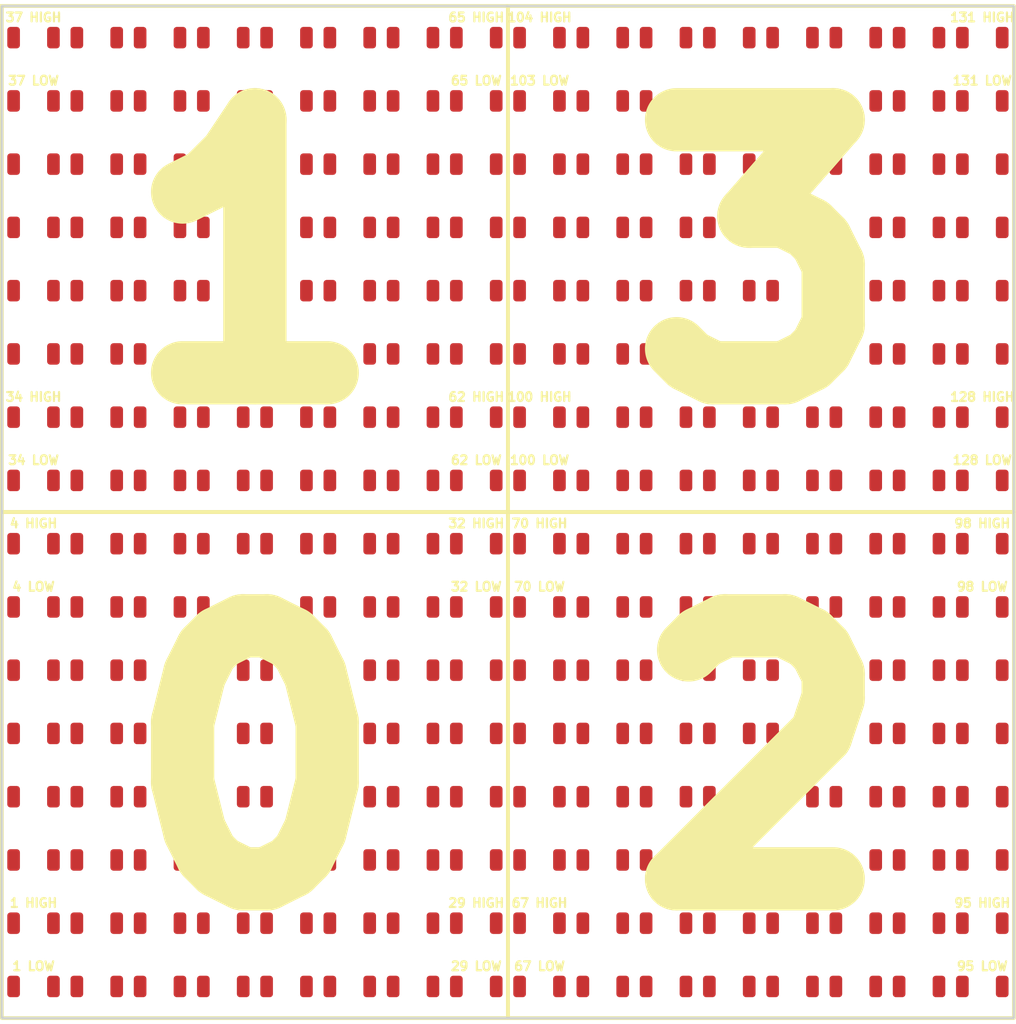
<source format=kicad_pcb>
(kicad_pcb (version 20221018) (generator pcbnew)
  (layers (0 "F.Cu" signal) (31 "B.Cu" signal) (34 "B.Paste" user) (35 "F.Paste" user) (36 "B.SilkS" user "B.Silkscreen") (37 "F.SilkS" user "F.Silkscreen") (38 "B.Mask" user) (39 "F.Mask" user) (44 "Edge.Cuts" user))
  (net 0 "")
  (footprint "LED_SMD:LED_0603_1608Metric" (layer "F.Cu") (at 153.75 123.75)
    (fp_text reference "REF**" hide)
    (fp_text value "LED_0603_1608Metric" hide)
    (pad "1" smd roundrect (at -0.7875 0) (size 0.5 0.85) (layers "F.Cu" "F.Paste" "F.Mask"))
    (pad "2" smd roundrect (at 0.7875 0) (size 0.5 0.85) (layers "F.Cu" "F.Paste" "F.Mask"))
  )
  (footprint "LED_SMD:LED_0603_1608Metric" (layer "F.Cu") (at 131.25 103.75)
    (fp_text reference "REF**" hide)
    (fp_text value "LED_0603_1608Metric" hide)
    (pad "1" smd roundrect (at -0.7875 0) (size 0.5 0.85) (layers "F.Cu" "F.Paste" "F.Mask"))
    (pad "2" smd roundrect (at 0.7875 0) (size 0.5 0.85) (layers "F.Cu" "F.Paste" "F.Mask"))
  )
  (footprint "LED_SMD:LED_0603_1608Metric" (layer "F.Cu") (at 121.25 108.75)
    (fp_text reference "REF**" hide)
    (fp_text value "LED_0603_1608Metric" hide)
    (pad "1" smd roundrect (at -0.7875 0) (size 0.5 0.85) (layers "F.Cu" "F.Paste" "F.Mask"))
    (pad "2" smd roundrect (at 0.7875 0) (size 0.5 0.85) (layers "F.Cu" "F.Paste" "F.Mask"))
  )
  (footprint "LED_SMD:LED_0603_1608Metric" (layer "F.Cu") (at 138.75 101.25)
    (fp_text reference "REF**" hide)
    (fp_text value "LED_0603_1608Metric" hide)
    (pad "1" smd roundrect (at -0.7875 0) (size 0.5 0.85) (layers "F.Cu" "F.Paste" "F.Mask"))
    (pad "2" smd roundrect (at 0.7875 0) (size 0.5 0.85) (layers "F.Cu" "F.Paste" "F.Mask"))
  )
  (footprint "LED_SMD:LED_0603_1608Metric" (layer "F.Cu") (at 118.75 116.25)
    (fp_text reference "REF**" hide)
    (fp_text value "LED_0603_1608Metric" hide)
    (pad "1" smd roundrect (at -0.7875 0) (size 0.5 0.85) (layers "F.Cu" "F.Paste" "F.Mask"))
    (pad "2" smd roundrect (at 0.7875 0) (size 0.5 0.85) (layers "F.Cu" "F.Paste" "F.Mask"))
  )
  (footprint "LED_SMD:LED_0603_1608Metric" (layer "F.Cu") (at 128.75 111.25)
    (fp_text reference "REF**" hide)
    (fp_text value "LED_0603_1608Metric" hide)
    (pad "1" smd roundrect (at -0.7875 0) (size 0.5 0.85) (layers "F.Cu" "F.Paste" "F.Mask"))
    (pad "2" smd roundrect (at 0.7875 0) (size 0.5 0.85) (layers "F.Cu" "F.Paste" "F.Mask"))
  )
  (footprint "LED_SMD:LED_0603_1608Metric" (layer "F.Cu") (at 118.75 93.75)
    (fp_text reference "REF**" hide)
    (fp_text value "LED_0603_1608Metric" hide)
    (pad "1" smd roundrect (at -0.7875 0) (size 0.5 0.85) (layers "F.Cu" "F.Paste" "F.Mask"))
    (pad "2" smd roundrect (at 0.7875 0) (size 0.5 0.85) (layers "F.Cu" "F.Paste" "F.Mask"))
  )
  (footprint "LED_SMD:LED_0603_1608Metric" (layer "F.Cu") (at 118.75 126.25)
    (fp_text reference "REF**" hide)
    (fp_text value "LED_0603_1608Metric" hide)
    (pad "1" smd roundrect (at -0.7875 0) (size 0.5 0.85) (layers "F.Cu" "F.Paste" "F.Mask"))
    (pad "2" smd roundrect (at 0.7875 0) (size 0.5 0.85) (layers "F.Cu" "F.Paste" "F.Mask"))
  )
  (footprint "LED_SMD:LED_0603_1608Metric" (layer "F.Cu") (at 126.25 128.75)
    (fp_text reference "REF**" hide)
    (fp_text value "LED_0603_1608Metric" hide)
    (pad "1" smd roundrect (at -0.7875 0) (size 0.5 0.85) (layers "F.Cu" "F.Paste" "F.Mask"))
    (pad "2" smd roundrect (at 0.7875 0) (size 0.5 0.85) (layers "F.Cu" "F.Paste" "F.Mask"))
  )
  (footprint "LED_SMD:LED_0603_1608Metric" (layer "F.Cu") (at 126.25 113.75)
    (fp_text reference "REF**" hide)
    (fp_text value "LED_0603_1608Metric" hide)
    (pad "1" smd roundrect (at -0.7875 0) (size 0.5 0.85) (layers "F.Cu" "F.Paste" "F.Mask"))
    (pad "2" smd roundrect (at 0.7875 0) (size 0.5 0.85) (layers "F.Cu" "F.Paste" "F.Mask"))
  )
  (footprint "LED_SMD:LED_0603_1608Metric" (layer "F.Cu") (at 128.75 108.75)
    (fp_text reference "REF**" hide)
    (fp_text value "LED_0603_1608Metric" hide)
    (pad "1" smd roundrect (at -0.7875 0) (size 0.5 0.85) (layers "F.Cu" "F.Paste" "F.Mask"))
    (pad "2" smd roundrect (at 0.7875 0) (size 0.5 0.85) (layers "F.Cu" "F.Paste" "F.Mask"))
  )
  (footprint "LED_SMD:LED_0603_1608Metric" (layer "F.Cu") (at 141.25 123.75)
    (fp_text reference "REF**" hide)
    (fp_text value "LED_0603_1608Metric" hide)
    (pad "1" smd roundrect (at -0.7875 0) (size 0.5 0.85) (layers "F.Cu" "F.Paste" "F.Mask"))
    (pad "2" smd roundrect (at 0.7875 0) (size 0.5 0.85) (layers "F.Cu" "F.Paste" "F.Mask"))
  )
  (footprint "LED_SMD:LED_0603_1608Metric" (layer "F.Cu") (at 123.75 121.25)
    (fp_text reference "REF**" hide)
    (fp_text value "LED_0603_1608Metric" hide)
    (pad "1" smd roundrect (at -0.7875 0) (size 0.5 0.85) (layers "F.Cu" "F.Paste" "F.Mask"))
    (pad "2" smd roundrect (at 0.7875 0) (size 0.5 0.85) (layers "F.Cu" "F.Paste" "F.Mask"))
  )
  (footprint "LED_SMD:LED_0603_1608Metric" (layer "F.Cu") (at 153.75 126.25)
    (fp_text reference "REF**" hide)
    (fp_text value "LED_0603_1608Metric" hide)
    (fp_text user "95 HIGH" (at 0 -0.8 unlocked) (layer "F.SilkS") (effects (font (size 0.35 0.35) (thickness 0.0875) bold)))
    (pad "1" smd roundrect (at -0.7875 0) (size 0.5 0.85) (layers "F.Cu" "F.Paste" "F.Mask"))
    (pad "2" smd roundrect (at 0.7875 0) (size 0.5 0.85) (layers "F.Cu" "F.Paste" "F.Mask"))
  )
  (footprint "LED_SMD:LED_0603_1608Metric" (layer "F.Cu") (at 136.25 106.25)
    (fp_text reference "REF**" hide)
    (fp_text value "LED_0603_1608Metric" hide)
    (fp_text user "100 HIGH" (at 0 -0.8 unlocked) (layer "F.SilkS") (effects (font (size 0.35 0.35) (thickness 0.0875) bold)))
    (pad "1" smd roundrect (at -0.7875 0) (size 0.5 0.85) (layers "F.Cu" "F.Paste" "F.Mask"))
    (pad "2" smd roundrect (at 0.7875 0) (size 0.5 0.85) (layers "F.Cu" "F.Paste" "F.Mask"))
  )
  (footprint "LED_SMD:LED_0603_1608Metric" (layer "F.Cu") (at 148.75 91.25)
    (fp_text reference "REF**" hide)
    (fp_text value "LED_0603_1608Metric" hide)
    (pad "1" smd roundrect (at -0.7875 0) (size 0.5 0.85) (layers "F.Cu" "F.Paste" "F.Mask"))
    (pad "2" smd roundrect (at 0.7875 0) (size 0.5 0.85) (layers "F.Cu" "F.Paste" "F.Mask"))
  )
  (footprint "LED_SMD:LED_0603_1608Metric" (layer "F.Cu") (at 136.25 93.75)
    (fp_text reference "REF**" hide)
    (fp_text value "LED_0603_1608Metric" hide)
    (fp_text user "103 LOW" (at 0 -0.8 unlocked) (layer "F.SilkS") (effects (font (size 0.35 0.35) (thickness 0.0875) bold)))
    (pad "1" smd roundrect (at -0.7875 0) (size 0.5 0.85) (layers "F.Cu" "F.Paste" "F.Mask"))
    (pad "2" smd roundrect (at 0.7875 0) (size 0.5 0.85) (layers "F.Cu" "F.Paste" "F.Mask"))
  )
  (footprint "LED_SMD:LED_0603_1608Metric" (layer "F.Cu") (at 116.25 118.75)
    (fp_text reference "REF**" hide)
    (fp_text value "LED_0603_1608Metric" hide)
    (pad "1" smd roundrect (at -0.7875 0) (size 0.5 0.85) (layers "F.Cu" "F.Paste" "F.Mask"))
    (pad "2" smd roundrect (at 0.7875 0) (size 0.5 0.85) (layers "F.Cu" "F.Paste" "F.Mask"))
  )
  (footprint "LED_SMD:LED_0603_1608Metric" (layer "F.Cu") (at 133.75 91.25)
    (fp_text reference "REF**" hide)
    (fp_text value "LED_0603_1608Metric" hide)
    (fp_text user "65 HIGH" (at 0 -0.8 unlocked) (layer "F.SilkS") (effects (font (size 0.35 0.35) (thickness 0.0875) bold)))
    (pad "1" smd roundrect (at -0.7875 0) (size 0.5 0.85) (layers "F.Cu" "F.Paste" "F.Mask"))
    (pad "2" smd roundrect (at 0.7875 0) (size 0.5 0.85) (layers "F.Cu" "F.Paste" "F.Mask"))
  )
  (footprint "LED_SMD:LED_0603_1608Metric" (layer "F.Cu") (at 146.25 116.25)
    (fp_text reference "REF**" hide)
    (fp_text value "LED_0603_1608Metric" hide)
    (pad "1" smd roundrect (at -0.7875 0) (size 0.5 0.85) (layers "F.Cu" "F.Paste" "F.Mask"))
    (pad "2" smd roundrect (at 0.7875 0) (size 0.5 0.85) (layers "F.Cu" "F.Paste" "F.Mask"))
  )
  (footprint "LED_SMD:LED_0603_1608Metric" (layer "F.Cu") (at 143.75 113.75)
    (fp_text reference "REF**" hide)
    (fp_text value "LED_0603_1608Metric" hide)
    (pad "1" smd roundrect (at -0.7875 0) (size 0.5 0.85) (layers "F.Cu" "F.Paste" "F.Mask"))
    (pad "2" smd roundrect (at 0.7875 0) (size 0.5 0.85) (layers "F.Cu" "F.Paste" "F.Mask"))
  )
  (footprint "LED_SMD:LED_0603_1608Metric" (layer "F.Cu") (at 116.25 98.75)
    (fp_text reference "REF**" hide)
    (fp_text value "LED_0603_1608Metric" hide)
    (pad "1" smd roundrect (at -0.7875 0) (size 0.5 0.85) (layers "F.Cu" "F.Paste" "F.Mask"))
    (pad "2" smd roundrect (at 0.7875 0) (size 0.5 0.85) (layers "F.Cu" "F.Paste" "F.Mask"))
  )
  (footprint "LED_SMD:LED_0603_1608Metric" (layer "F.Cu") (at 151.25 103.75)
    (fp_text reference "REF**" hide)
    (fp_text value "LED_0603_1608Metric" hide)
    (pad "1" smd roundrect (at -0.7875 0) (size 0.5 0.85) (layers "F.Cu" "F.Paste" "F.Mask"))
    (pad "2" smd roundrect (at 0.7875 0) (size 0.5 0.85) (layers "F.Cu" "F.Paste" "F.Mask"))
  )
  (footprint "LED_SMD:LED_0603_1608Metric" (layer "F.Cu") (at 126.25 126.25)
    (fp_text reference "REF**" hide)
    (fp_text value "LED_0603_1608Metric" hide)
    (pad "1" smd roundrect (at -0.7875 0) (size 0.5 0.85) (layers "F.Cu" "F.Paste" "F.Mask"))
    (pad "2" smd roundrect (at 0.7875 0) (size 0.5 0.85) (layers "F.Cu" "F.Paste" "F.Mask"))
  )
  (footprint "LED_SMD:LED_0603_1608Metric" (layer "F.Cu") (at 151.25 113.75)
    (fp_text reference "REF**" hide)
    (fp_text value "LED_0603_1608Metric" hide)
    (pad "1" smd roundrect (at -0.7875 0) (size 0.5 0.85) (layers "F.Cu" "F.Paste" "F.Mask"))
    (pad "2" smd roundrect (at 0.7875 0) (size 0.5 0.85) (layers "F.Cu" "F.Paste" "F.Mask"))
  )
  (footprint "LED_SMD:LED_0603_1608Metric" (layer "F.Cu") (at 138.75 123.75)
    (fp_text reference "REF**" hide)
    (fp_text value "LED_0603_1608Metric" hide)
    (pad "1" smd roundrect (at -0.7875 0) (size 0.5 0.85) (layers "F.Cu" "F.Paste" "F.Mask"))
    (pad "2" smd roundrect (at 0.7875 0) (size 0.5 0.85) (layers "F.Cu" "F.Paste" "F.Mask"))
  )
  (footprint "LED_SMD:LED_0603_1608Metric" (layer "F.Cu") (at 121.25 101.25)
    (fp_text reference "REF**" hide)
    (fp_text value "LED_0603_1608Metric" hide)
    (pad "1" smd roundrect (at -0.7875 0) (size 0.5 0.85) (layers "F.Cu" "F.Paste" "F.Mask"))
    (pad "2" smd roundrect (at 0.7875 0) (size 0.5 0.85) (layers "F.Cu" "F.Paste" "F.Mask"))
  )
  (footprint "LED_SMD:LED_0603_1608Metric" (layer "F.Cu") (at 128.75 123.75)
    (fp_text reference "REF**" hide)
    (fp_text value "LED_0603_1608Metric" hide)
    (pad "1" smd roundrect (at -0.7875 0) (size 0.5 0.85) (layers "F.Cu" "F.Paste" "F.Mask"))
    (pad "2" smd roundrect (at 0.7875 0) (size 0.5 0.85) (layers "F.Cu" "F.Paste" "F.Mask"))
  )
  (footprint "LED_SMD:LED_0603_1608Metric" (layer "F.Cu") (at 141.25 103.75)
    (fp_text reference "REF**" hide)
    (fp_text value "LED_0603_1608Metric" hide)
    (pad "1" smd roundrect (at -0.7875 0) (size 0.5 0.85) (layers "F.Cu" "F.Paste" "F.Mask"))
    (pad "2" smd roundrect (at 0.7875 0) (size 0.5 0.85) (layers "F.Cu" "F.Paste" "F.Mask"))
  )
  (footprint "LED_SMD:LED_0603_1608Metric" (layer "F.Cu") (at 138.75 96.25)
    (fp_text reference "REF**" hide)
    (fp_text value "LED_0603_1608Metric" hide)
    (pad "1" smd roundrect (at -0.7875 0) (size 0.5 0.85) (layers "F.Cu" "F.Paste" "F.Mask"))
    (pad "2" smd roundrect (at 0.7875 0) (size 0.5 0.85) (layers "F.Cu" "F.Paste" "F.Mask"))
  )
  (footprint "LED_SMD:LED_0603_1608Metric" (layer "F.Cu") (at 141.25 98.75)
    (fp_text reference "REF**" hide)
    (fp_text value "LED_0603_1608Metric" hide)
    (pad "1" smd roundrect (at -0.7875 0) (size 0.5 0.85) (layers "F.Cu" "F.Paste" "F.Mask"))
    (pad "2" smd roundrect (at 0.7875 0) (size 0.5 0.85) (layers "F.Cu" "F.Paste" "F.Mask"))
  )
  (footprint "LED_SMD:LED_0603_1608Metric" (layer "F.Cu") (at 138.75 108.75)
    (fp_text reference "REF**" hide)
    (fp_text value "LED_0603_1608Metric" hide)
    (pad "1" smd roundrect (at -0.7875 0) (size 0.5 0.85) (layers "F.Cu" "F.Paste" "F.Mask"))
    (pad "2" smd roundrect (at 0.7875 0) (size 0.5 0.85) (layers "F.Cu" "F.Paste" "F.Mask"))
  )
  (footprint "LED_SMD:LED_0603_1608Metric" (layer "F.Cu") (at 118.75 106.25)
    (fp_text reference "REF**" hide)
    (fp_text value "LED_0603_1608Metric" hide)
    (pad "1" smd roundrect (at -0.7875 0) (size 0.5 0.85) (layers "F.Cu" "F.Paste" "F.Mask"))
    (pad "2" smd roundrect (at 0.7875 0) (size 0.5 0.85) (layers "F.Cu" "F.Paste" "F.Mask"))
  )
  (footprint "LED_SMD:LED_0603_1608Metric" (layer "F.Cu") (at 143.75 106.25)
    (fp_text reference "REF**" hide)
    (fp_text value "LED_0603_1608Metric" hide)
    (pad "1" smd roundrect (at -0.7875 0) (size 0.5 0.85) (layers "F.Cu" "F.Paste" "F.Mask"))
    (pad "2" smd roundrect (at 0.7875 0) (size 0.5 0.85) (layers "F.Cu" "F.Paste" "F.Mask"))
  )
  (footprint "LED_SMD:LED_0603_1608Metric" (layer "F.Cu") (at 141.25 116.25)
    (fp_text reference "REF**" hide)
    (fp_text value "LED_0603_1608Metric" hide)
    (pad "1" smd roundrect (at -0.7875 0) (size 0.5 0.85) (layers "F.Cu" "F.Paste" "F.Mask"))
    (pad "2" smd roundrect (at 0.7875 0) (size 0.5 0.85) (layers "F.Cu" "F.Paste" "F.Mask"))
  )
  (footprint "LED_SMD:LED_0603_1608Metric" (layer "F.Cu") (at 128.75 121.25)
    (fp_text reference "REF**" hide)
    (fp_text value "LED_0603_1608Metric" hide)
    (pad "1" smd roundrect (at -0.7875 0) (size 0.5 0.85) (layers "F.Cu" "F.Paste" "F.Mask"))
    (pad "2" smd roundrect (at 0.7875 0) (size 0.5 0.85) (layers "F.Cu" "F.Paste" "F.Mask"))
  )
  (footprint "LED_SMD:LED_0603_1608Metric" (layer "F.Cu") (at 128.75 126.25)
    (fp_text reference "REF**" hide)
    (fp_text value "LED_0603_1608Metric" hide)
    (pad "1" smd roundrect (at -0.7875 0) (size 0.5 0.85) (layers "F.Cu" "F.Paste" "F.Mask"))
    (pad "2" smd roundrect (at 0.7875 0) (size 0.5 0.85) (layers "F.Cu" "F.Paste" "F.Mask"))
  )
  (footprint "LED_SMD:LED_0603_1608Metric" (layer "F.Cu") (at 123.75 103.75)
    (fp_text reference "REF**" hide)
    (fp_text value "LED_0603_1608Metric" hide)
    (pad "1" smd roundrect (at -0.7875 0) (size 0.5 0.85) (layers "F.Cu" "F.Paste" "F.Mask"))
    (pad "2" smd roundrect (at 0.7875 0) (size 0.5 0.85) (layers "F.Cu" "F.Paste" "F.Mask"))
  )
  (footprint "LED_SMD:LED_0603_1608Metric" (layer "F.Cu") (at 143.75 111.25)
    (fp_text reference "REF**" hide)
    (fp_text value "LED_0603_1608Metric" hide)
    (pad "1" smd roundrect (at -0.7875 0) (size 0.5 0.85) (layers "F.Cu" "F.Paste" "F.Mask"))
    (pad "2" smd roundrect (at 0.7875 0) (size 0.5 0.85) (layers "F.Cu" "F.Paste" "F.Mask"))
  )
  (footprint "LED_SMD:LED_0603_1608Metric" (layer "F.Cu") (at 153.75 118.75)
    (fp_text reference "REF**" hide)
    (fp_text value "LED_0603_1608Metric" hide)
    (pad "1" smd roundrect (at -0.7875 0) (size 0.5 0.85) (layers "F.Cu" "F.Paste" "F.Mask"))
    (pad "2" smd roundrect (at 0.7875 0) (size 0.5 0.85) (layers "F.Cu" "F.Paste" "F.Mask"))
  )
  (footprint "LED_SMD:LED_0603_1608Metric" (layer "F.Cu") (at 148.75 98.75)
    (fp_text reference "REF**" hide)
    (fp_text value "LED_0603_1608Metric" hide)
    (pad "1" smd roundrect (at -0.7875 0) (size 0.5 0.85) (layers "F.Cu" "F.Paste" "F.Mask"))
    (pad "2" smd roundrect (at 0.7875 0) (size 0.5 0.85) (layers "F.Cu" "F.Paste" "F.Mask"))
  )
  (footprint "LED_SMD:LED_0603_1608Metric" (layer "F.Cu") (at 138.75 103.75)
    (fp_text reference "REF**" hide)
    (fp_text value "LED_0603_1608Metric" hide)
    (pad "1" smd roundrect (at -0.7875 0) (size 0.5 0.85) (layers "F.Cu" "F.Paste" "F.Mask"))
    (pad "2" smd roundrect (at 0.7875 0) (size 0.5 0.85) (layers "F.Cu" "F.Paste" "F.Mask"))
  )
  (footprint "LED_SMD:LED_0603_1608Metric" (layer "F.Cu") (at 143.75 126.25)
    (fp_text reference "REF**" hide)
    (fp_text value "LED_0603_1608Metric" hide)
    (pad "1" smd roundrect (at -0.7875 0) (size 0.5 0.85) (layers "F.Cu" "F.Paste" "F.Mask"))
    (pad "2" smd roundrect (at 0.7875 0) (size 0.5 0.85) (layers "F.Cu" "F.Paste" "F.Mask"))
  )
  (footprint "LED_SMD:LED_0603_1608Metric" (layer "F.Cu") (at 146.25 128.75)
    (fp_text reference "REF**" hide)
    (fp_text value "LED_0603_1608Metric" hide)
    (pad "1" smd roundrect (at -0.7875 0) (size 0.5 0.85) (layers "F.Cu" "F.Paste" "F.Mask"))
    (pad "2" smd roundrect (at 0.7875 0) (size 0.5 0.85) (layers "F.Cu" "F.Paste" "F.Mask"))
  )
  (footprint "LED_SMD:LED_0603_1608Metric" (layer "F.Cu") (at 126.25 108.75)
    (fp_text reference "REF**" hide)
    (fp_text value "LED_0603_1608Metric" hide)
    (pad "1" smd roundrect (at -0.7875 0) (size 0.5 0.85) (layers "F.Cu" "F.Paste" "F.Mask"))
    (pad "2" smd roundrect (at 0.7875 0) (size 0.5 0.85) (layers "F.Cu" "F.Paste" "F.Mask"))
  )
  (footprint "LED_SMD:LED_0603_1608Metric" (layer "F.Cu") (at 136.25 108.75)
    (fp_text reference "REF**" hide)
    (fp_text value "LED_0603_1608Metric" hide)
    (fp_text user "100 LOW" (at 0 -0.8 unlocked) (layer "F.SilkS") (effects (font (size 0.35 0.35) (thickness 0.0875) bold)))
    (pad "1" smd roundrect (at -0.7875 0) (size 0.5 0.85) (layers "F.Cu" "F.Paste" "F.Mask"))
    (pad "2" smd roundrect (at 0.7875 0) (size 0.5 0.85) (layers "F.Cu" "F.Paste" "F.Mask"))
  )
  (footprint "LED_SMD:LED_0603_1608Metric" (layer "F.Cu") (at 146.25 111.25)
    (fp_text reference "REF**" hide)
    (fp_text value "LED_0603_1608Metric" hide)
    (pad "1" smd roundrect (at -0.7875 0) (size 0.5 0.85) (layers "F.Cu" "F.Paste" "F.Mask"))
    (pad "2" smd roundrect (at 0.7875 0) (size 0.5 0.85) (layers "F.Cu" "F.Paste" "F.Mask"))
  )
  (footprint "LED_SMD:LED_0603_1608Metric" (layer "F.Cu") (at 143.75 103.75)
    (fp_text reference "REF**" hide)
    (fp_text value "LED_0603_1608Metric" hide)
    (pad "1" smd roundrect (at -0.7875 0) (size 0.5 0.85) (layers "F.Cu" "F.Paste" "F.Mask"))
    (pad "2" smd roundrect (at 0.7875 0) (size 0.5 0.85) (layers "F.Cu" "F.Paste" "F.Mask"))
  )
  (footprint "LED_SMD:LED_0603_1608Metric" (layer "F.Cu") (at 136.25 126.25)
    (fp_text reference "REF**" hide)
    (fp_text value "LED_0603_1608Metric" hide)
    (fp_text user "67 HIGH" (at 0 -0.8 unlocked) (layer "F.SilkS") (effects (font (size 0.35 0.35) (thickness 0.0875) bold)))
    (pad "1" smd roundrect (at -0.7875 0) (size 0.5 0.85) (layers "F.Cu" "F.Paste" "F.Mask"))
    (pad "2" smd roundrect (at 0.7875 0) (size 0.5 0.85) (layers "F.Cu" "F.Paste" "F.Mask"))
  )
  (footprint "LED_SMD:LED_0603_1608Metric" (layer "F.Cu") (at 141.25 121.25)
    (fp_text reference "REF**" hide)
    (fp_text value "LED_0603_1608Metric" hide)
    (pad "1" smd roundrect (at -0.7875 0) (size 0.5 0.85) (layers "F.Cu" "F.Paste" "F.Mask"))
    (pad "2" smd roundrect (at 0.7875 0) (size 0.5 0.85) (layers "F.Cu" "F.Paste" "F.Mask"))
  )
  (footprint "LED_SMD:LED_0603_1608Metric" (layer "F.Cu") (at 121.25 113.75)
    (fp_text reference "REF**" hide)
    (fp_text value "LED_0603_1608Metric" hide)
    (pad "1" smd roundrect (at -0.7875 0) (size 0.5 0.85) (layers "F.Cu" "F.Paste" "F.Mask"))
    (pad "2" smd roundrect (at 0.7875 0) (size 0.5 0.85) (layers "F.Cu" "F.Paste" "F.Mask"))
  )
  (footprint "LED_SMD:LED_0603_1608Metric" (layer "F.Cu") (at 126.25 91.25)
    (fp_text reference "REF**" hide)
    (fp_text value "LED_0603_1608Metric" hide)
    (pad "1" smd roundrect (at -0.7875 0) (size 0.5 0.85) (layers "F.Cu" "F.Paste" "F.Mask"))
    (pad "2" smd roundrect (at 0.7875 0) (size 0.5 0.85) (layers "F.Cu" "F.Paste" "F.Mask"))
  )
  (footprint "LED_SMD:LED_0603_1608Metric" (layer "F.Cu") (at 151.25 118.75)
    (fp_text reference "REF**" hide)
    (fp_text value "LED_0603_1608Metric" hide)
    (pad "1" smd roundrect (at -0.7875 0) (size 0.5 0.85) (layers "F.Cu" "F.Paste" "F.Mask"))
    (pad "2" smd roundrect (at 0.7875 0) (size 0.5 0.85) (layers "F.Cu" "F.Paste" "F.Mask"))
  )
  (footprint "LED_SMD:LED_0603_1608Metric" (layer "F.Cu") (at 136.25 98.75)
    (fp_text reference "REF**" hide)
    (fp_text value "LED_0603_1608Metric" hide)
    (pad "1" smd roundrect (at -0.7875 0) (size 0.5 0.85) (layers "F.Cu" "F.Paste" "F.Mask"))
    (pad "2" smd roundrect (at 0.7875 0) (size 0.5 0.85) (layers "F.Cu" "F.Paste" "F.Mask"))
  )
  (footprint "LED_SMD:LED_0603_1608Metric" (layer "F.Cu") (at 128.75 93.75)
    (fp_text reference "REF**" hide)
    (fp_text value "LED_0603_1608Metric" hide)
    (pad "1" smd roundrect (at -0.7875 0) (size 0.5 0.85) (layers "F.Cu" "F.Paste" "F.Mask"))
    (pad "2" smd roundrect (at 0.7875 0) (size 0.5 0.85) (layers "F.Cu" "F.Paste" "F.Mask"))
  )
  (footprint "LED_SMD:LED_0603_1608Metric" (layer "F.Cu") (at 116.25 128.75)
    (fp_text reference "REF**" hide)
    (fp_text value "LED_0603_1608Metric" hide)
    (fp_text user "1 LOW" (at 0 -0.8 unlocked) (layer "F.SilkS") (effects (font (size 0.35 0.35) (thickness 0.0875) bold)))
    (pad "1" smd roundrect (at -0.7875 0) (size 0.5 0.85) (layers "F.Cu" "F.Paste" "F.Mask"))
    (pad "2" smd roundrect (at 0.7875 0) (size 0.5 0.85) (layers "F.Cu" "F.Paste" "F.Mask"))
  )
  (footprint "LED_SMD:LED_0603_1608Metric" (layer "F.Cu") (at 133.75 128.75)
    (fp_text reference "REF**" hide)
    (fp_text value "LED_0603_1608Metric" hide)
    (fp_text user "29 LOW" (at 0 -0.8 unlocked) (layer "F.SilkS") (effects (font (size 0.35 0.35) (thickness 0.0875) bold)))
    (pad "1" smd roundrect (at -0.7875 0) (size 0.5 0.85) (layers "F.Cu" "F.Paste" "F.Mask"))
    (pad "2" smd roundrect (at 0.7875 0) (size 0.5 0.85) (layers "F.Cu" "F.Paste" "F.Mask"))
  )
  (footprint "LED_SMD:LED_0603_1608Metric" (layer "F.Cu") (at 151.25 106.25)
    (fp_text reference "REF**" hide)
    (fp_text value "LED_0603_1608Metric" hide)
    (pad "1" smd roundrect (at -0.7875 0) (size 0.5 0.85) (layers "F.Cu" "F.Paste" "F.Mask"))
    (pad "2" smd roundrect (at 0.7875 0) (size 0.5 0.85) (layers "F.Cu" "F.Paste" "F.Mask"))
  )
  (footprint "LED_SMD:LED_0603_1608Metric" (layer "F.Cu") (at 146.25 108.75)
    (fp_text reference "REF**" hide)
    (fp_text value "LED_0603_1608Metric" hide)
    (pad "1" smd roundrect (at -0.7875 0) (size 0.5 0.85) (layers "F.Cu" "F.Paste" "F.Mask"))
    (pad "2" smd roundrect (at 0.7875 0) (size 0.5 0.85) (layers "F.Cu" "F.Paste" "F.Mask"))
  )
  (footprint "LED_SMD:LED_0603_1608Metric" (layer "F.Cu") (at 118.75 101.25)
    (fp_text reference "REF**" hide)
    (fp_text value "LED_0603_1608Metric" hide)
    (pad "1" smd roundrect (at -0.7875 0) (size 0.5 0.85) (layers "F.Cu" "F.Paste" "F.Mask"))
    (pad "2" smd roundrect (at 0.7875 0) (size 0.5 0.85) (layers "F.Cu" "F.Paste" "F.Mask"))
  )
  (footprint "LED_SMD:LED_0603_1608Metric" (layer "F.Cu") (at 133.75 123.75)
    (fp_text reference "REF**" hide)
    (fp_text value "LED_0603_1608Metric" hide)
    (pad "1" smd roundrect (at -0.7875 0) (size 0.5 0.85) (layers "F.Cu" "F.Paste" "F.Mask"))
    (pad "2" smd roundrect (at 0.7875 0) (size 0.5 0.85) (layers "F.Cu" "F.Paste" "F.Mask"))
  )
  (footprint "LED_SMD:LED_0603_1608Metric" (layer "F.Cu") (at 123.75 118.75)
    (fp_text reference "REF**" hide)
    (fp_text value "LED_0603_1608Metric" hide)
    (pad "1" smd roundrect (at -0.7875 0) (size 0.5 0.85) (layers "F.Cu" "F.Paste" "F.Mask"))
    (pad "2" smd roundrect (at 0.7875 0) (size 0.5 0.85) (layers "F.Cu" "F.Paste" "F.Mask"))
  )
  (footprint "LED_SMD:LED_0603_1608Metric" (layer "F.Cu") (at 138.75 93.75)
    (fp_text reference "REF**" hide)
    (fp_text value "LED_0603_1608Metric" hide)
    (pad "1" smd roundrect (at -0.7875 0) (size 0.5 0.85) (layers "F.Cu" "F.Paste" "F.Mask"))
    (pad "2" smd roundrect (at 0.7875 0) (size 0.5 0.85) (layers "F.Cu" "F.Paste" "F.Mask"))
  )
  (footprint "LED_SMD:LED_0603_1608Metric" (layer "F.Cu") (at 141.25 118.75)
    (fp_text reference "REF**" hide)
    (fp_text value "LED_0603_1608Metric" hide)
    (pad "1" smd roundrect (at -0.7875 0) (size 0.5 0.85) (layers "F.Cu" "F.Paste" "F.Mask"))
    (pad "2" smd roundrect (at 0.7875 0) (size 0.5 0.85) (layers "F.Cu" "F.Paste" "F.Mask"))
  )
  (footprint "LED_SMD:LED_0603_1608Metric" (layer "F.Cu") (at 118.75 111.25)
    (fp_text reference "REF**" hide)
    (fp_text value "LED_0603_1608Metric" hide)
    (pad "1" smd roundrect (at -0.7875 0) (size 0.5 0.85) (layers "F.Cu" "F.Paste" "F.Mask"))
    (pad "2" smd roundrect (at 0.7875 0) (size 0.5 0.85) (layers "F.Cu" "F.Paste" "F.Mask"))
  )
  (footprint "LED_SMD:LED_0603_1608Metric" (layer "F.Cu") (at 146.25 103.75)
    (fp_text reference "REF**" hide)
    (fp_text value "LED_0603_1608Metric" hide)
    (pad "1" smd roundrect (at -0.7875 0) (size 0.5 0.85) (layers "F.Cu" "F.Paste" "F.Mask"))
    (pad "2" smd roundrect (at 0.7875 0) (size 0.5 0.85) (layers "F.Cu" "F.Paste" "F.Mask"))
  )
  (footprint "LED_SMD:LED_0603_1608Metric" (layer "F.Cu") (at 126.25 121.25)
    (fp_text reference "REF**" hide)
    (fp_text value "LED_0603_1608Metric" hide)
    (pad "1" smd roundrect (at -0.7875 0) (size 0.5 0.85) (layers "F.Cu" "F.Paste" "F.Mask"))
    (pad "2" smd roundrect (at 0.7875 0) (size 0.5 0.85) (layers "F.Cu" "F.Paste" "F.Mask"))
  )
  (footprint "LED_SMD:LED_0603_1608Metric" (layer "F.Cu") (at 116.25 91.25)
    (fp_text reference "REF**" hide)
    (fp_text value "LED_0603_1608Metric" hide)
    (fp_text user "37 HIGH" (at 0 -0.8 unlocked) (layer "F.SilkS") (effects (font (size 0.35 0.35) (thickness 0.0875) bold)))
    (pad "1" smd roundrect (at -0.7875 0) (size 0.5 0.85) (layers "F.Cu" "F.Paste" "F.Mask"))
    (pad "2" smd roundrect (at 0.7875 0) (size 0.5 0.85) (layers "F.Cu" "F.Paste" "F.Mask"))
  )
  (footprint "LED_SMD:LED_0603_1608Metric" (layer "F.Cu") (at 141.25 106.25)
    (fp_text reference "REF**" hide)
    (fp_text value "LED_0603_1608Metric" hide)
    (pad "1" smd roundrect (at -0.7875 0) (size 0.5 0.85) (layers "F.Cu" "F.Paste" "F.Mask"))
    (pad "2" smd roundrect (at 0.7875 0) (size 0.5 0.85) (layers "F.Cu" "F.Paste" "F.Mask"))
  )
  (footprint "LED_SMD:LED_0603_1608Metric" (layer "F.Cu") (at 136.25 91.25)
    (fp_text reference "REF**" hide)
    (fp_text value "LED_0603_1608Metric" hide)
    (fp_text user "104 HIGH" (at 0 -0.8 unlocked) (layer "F.SilkS") (effects (font (size 0.35 0.35) (thickness 0.0875) bold)))
    (pad "1" smd roundrect (at -0.7875 0) (size 0.5 0.85) (layers "F.Cu" "F.Paste" "F.Mask"))
    (pad "2" smd roundrect (at 0.7875 0) (size 0.5 0.85) (layers "F.Cu" "F.Paste" "F.Mask"))
  )
  (footprint "LED_SMD:LED_0603_1608Metric" (layer "F.Cu") (at 146.25 123.75)
    (fp_text reference "REF**" hide)
    (fp_text value "LED_0603_1608Metric" hide)
    (pad "1" smd roundrect (at -0.7875 0) (size 0.5 0.85) (layers "F.Cu" "F.Paste" "F.Mask"))
    (pad "2" smd roundrect (at 0.7875 0) (size 0.5 0.85) (layers "F.Cu" "F.Paste" "F.Mask"))
  )
  (footprint "LED_SMD:LED_0603_1608Metric" (layer "F.Cu") (at 131.25 101.25)
    (fp_text reference "REF**" hide)
    (fp_text value "LED_0603_1608Metric" hide)
    (pad "1" smd roundrect (at -0.7875 0) (size 0.5 0.85) (layers "F.Cu" "F.Paste" "F.Mask"))
    (pad "2" smd roundrect (at 0.7875 0) (size 0.5 0.85) (layers "F.Cu" "F.Paste" "F.Mask"))
  )
  (footprint "LED_SMD:LED_0603_1608Metric" (layer "F.Cu") (at 131.25 106.25)
    (fp_text reference "REF**" hide)
    (fp_text value "LED_0603_1608Metric" hide)
    (pad "1" smd roundrect (at -0.7875 0) (size 0.5 0.85) (layers "F.Cu" "F.Paste" "F.Mask"))
    (pad "2" smd roundrect (at 0.7875 0) (size 0.5 0.85) (layers "F.Cu" "F.Paste" "F.Mask"))
  )
  (footprint "LED_SMD:LED_0603_1608Metric" (layer "F.Cu") (at 136.25 111.25)
    (fp_text reference "REF**" hide)
    (fp_text value "LED_0603_1608Metric" hide)
    (fp_text user "70 HIGH" (at 0 -0.8 unlocked) (layer "F.SilkS") (effects (font (size 0.35 0.35) (thickness 0.0875) bold)))
    (pad "1" smd roundrect (at -0.7875 0) (size 0.5 0.85) (layers "F.Cu" "F.Paste" "F.Mask"))
    (pad "2" smd roundrect (at 0.7875 0) (size 0.5 0.85) (layers "F.Cu" "F.Paste" "F.Mask"))
  )
  (footprint "LED_SMD:LED_0603_1608Metric" (layer "F.Cu") (at 143.75 121.25)
    (fp_text reference "REF**" hide)
    (fp_text value "LED_0603_1608Metric" hide)
    (pad "1" smd roundrect (at -0.7875 0) (size 0.5 0.85) (layers "F.Cu" "F.Paste" "F.Mask"))
    (pad "2" smd roundrect (at 0.7875 0) (size 0.5 0.85) (layers "F.Cu" "F.Paste" "F.Mask"))
  )
  (footprint "LED_SMD:LED_0603_1608Metric" (layer "F.Cu") (at 133.75 101.25)
    (fp_text reference "REF**" hide)
    (fp_text value "LED_0603_1608Metric" hide)
    (pad "1" smd roundrect (at -0.7875 0) (size 0.5 0.85) (layers "F.Cu" "F.Paste" "F.Mask"))
    (pad "2" smd roundrect (at 0.7875 0) (size 0.5 0.85) (layers "F.Cu" "F.Paste" "F.Mask"))
  )
  (footprint "LED_SMD:LED_0603_1608Metric" (layer "F.Cu") (at 123.75 108.75)
    (fp_text reference "REF**" hide)
    (fp_text value "LED_0603_1608Metric" hide)
    (pad "1" smd roundrect (at -0.7875 0) (size 0.5 0.85) (layers "F.Cu" "F.Paste" "F.Mask"))
    (pad "2" smd roundrect (at 0.7875 0) (size 0.5 0.85) (layers "F.Cu" "F.Paste" "F.Mask"))
  )
  (footprint "LED_SMD:LED_0603_1608Metric" (layer "F.Cu") (at 151.25 98.75)
    (fp_text reference "REF**" hide)
    (fp_text value "LED_0603_1608Metric" hide)
    (pad "1" smd roundrect (at -0.7875 0) (size 0.5 0.85) (layers "F.Cu" "F.Paste" "F.Mask"))
    (pad "2" smd roundrect (at 0.7875 0) (size 0.5 0.85) (layers "F.Cu" "F.Paste" "F.Mask"))
  )
  (footprint "LED_SMD:LED_0603_1608Metric" (layer "F.Cu") (at 118.75 103.75)
    (fp_text reference "REF**" hide)
    (fp_text value "LED_0603_1608Metric" hide)
    (pad "1" smd roundrect (at -0.7875 0) (size 0.5 0.85) (layers "F.Cu" "F.Paste" "F.Mask"))
    (pad "2" smd roundrect (at 0.7875 0) (size 0.5 0.85) (layers "F.Cu" "F.Paste" "F.Mask"))
  )
  (footprint "LED_SMD:LED_0603_1608Metric" (layer "F.Cu") (at 143.75 123.75)
    (fp_text reference "REF**" hide)
    (fp_text value "LED_0603_1608Metric" hide)
    (pad "1" smd roundrect (at -0.7875 0) (size 0.5 0.85) (layers "F.Cu" "F.Paste" "F.Mask"))
    (pad "2" smd roundrect (at 0.7875 0) (size 0.5 0.85) (layers "F.Cu" "F.Paste" "F.Mask"))
  )
  (footprint "LED_SMD:LED_0603_1608Metric" (layer "F.Cu") (at 126.25 98.75)
    (fp_text reference "REF**" hide)
    (fp_text value "LED_0603_1608Metric" hide)
    (pad "1" smd roundrect (at -0.7875 0) (size 0.5 0.85) (layers "F.Cu" "F.Paste" "F.Mask"))
    (pad "2" smd roundrect (at 0.7875 0) (size 0.5 0.85) (layers "F.Cu" "F.Paste" "F.Mask"))
  )
  (footprint "LED_SMD:LED_0603_1608Metric" (layer "F.Cu") (at 153.75 108.75)
    (fp_text reference "REF**" hide)
    (fp_text value "LED_0603_1608Metric" hide)
    (fp_text user "128 LOW" (at 0 -0.8 unlocked) (layer "F.SilkS") (effects (font (size 0.35 0.35) (thickness 0.0875) bold)))
    (pad "1" smd roundrect (at -0.7875 0) (size 0.5 0.85) (layers "F.Cu" "F.Paste" "F.Mask"))
    (pad "2" smd roundrect (at 0.7875 0) (size 0.5 0.85) (layers "F.Cu" "F.Paste" "F.Mask"))
  )
  (footprint "LED_SMD:LED_0603_1608Metric" (layer "F.Cu") (at 138.75 116.25)
    (fp_text reference "REF**" hide)
    (fp_text value "LED_0603_1608Metric" hide)
    (pad "1" smd roundrect (at -0.7875 0) (size 0.5 0.85) (layers "F.Cu" "F.Paste" "F.Mask"))
    (pad "2" smd roundrect (at 0.7875 0) (size 0.5 0.85) (layers "F.Cu" "F.Paste" "F.Mask"))
  )
  (footprint "LED_SMD:LED_0603_1608Metric" (layer "F.Cu") (at 136.25 113.75)
    (fp_text reference "REF**" hide)
    (fp_text value "LED_0603_1608Metric" hide)
    (fp_text user "70 LOW" (at 0 -0.8 unlocked) (layer "F.SilkS") (effects (font (size 0.35 0.35) (thickness 0.0875) bold)))
    (pad "1" smd roundrect (at -0.7875 0) (size 0.5 0.85) (layers "F.Cu" "F.Paste" "F.Mask"))
    (pad "2" smd roundrect (at 0.7875 0) (size 0.5 0.85) (layers "F.Cu" "F.Paste" "F.Mask"))
  )
  (footprint "LED_SMD:LED_0603_1608Metric" (layer "F.Cu") (at 128.75 98.75)
    (fp_text reference "REF**" hide)
    (fp_text value "LED_0603_1608Metric" hide)
    (pad "1" smd roundrect (at -0.7875 0) (size 0.5 0.85) (layers "F.Cu" "F.Paste" "F.Mask"))
    (pad "2" smd roundrect (at 0.7875 0) (size 0.5 0.85) (layers "F.Cu" "F.Paste" "F.Mask"))
  )
  (footprint "LED_SMD:LED_0603_1608Metric" (layer "F.Cu") (at 151.25 121.25)
    (fp_text reference "REF**" hide)
    (fp_text value "LED_0603_1608Metric" hide)
    (pad "1" smd roundrect (at -0.7875 0) (size 0.5 0.85) (layers "F.Cu" "F.Paste" "F.Mask"))
    (pad "2" smd roundrect (at 0.7875 0) (size 0.5 0.85) (layers "F.Cu" "F.Paste" "F.Mask"))
  )
  (footprint "LED_SMD:LED_0603_1608Metric" (layer "F.Cu") (at 141.25 126.25)
    (fp_text reference "REF**" hide)
    (fp_text value "LED_0603_1608Metric" hide)
    (pad "1" smd roundrect (at -0.7875 0) (size 0.5 0.85) (layers "F.Cu" "F.Paste" "F.Mask"))
    (pad "2" smd roundrect (at 0.7875 0) (size 0.5 0.85) (layers "F.Cu" "F.Paste" "F.Mask"))
  )
  (footprint "LED_SMD:LED_0603_1608Metric" (layer "F.Cu") (at 141.25 96.25)
    (fp_text reference "REF**" hide)
    (fp_text value "LED_0603_1608Metric" hide)
    (pad "1" smd roundrect (at -0.7875 0) (size 0.5 0.85) (layers "F.Cu" "F.Paste" "F.Mask"))
    (pad "2" smd roundrect (at 0.7875 0) (size 0.5 0.85) (layers "F.Cu" "F.Paste" "F.Mask"))
  )
  (footprint "LED_SMD:LED_0603_1608Metric" (layer "F.Cu") (at 118.75 96.25)
    (fp_text reference "REF**" hide)
    (fp_text value "LED_0603_1608Metric" hide)
    (pad "1" smd roundrect (at -0.7875 0) (size 0.5 0.85) (layers "F.Cu" "F.Paste" "F.Mask"))
    (pad "2" smd roundrect (at 0.7875 0) (size 0.5 0.85) (layers "F.Cu" "F.Paste" "F.Mask"))
  )
  (footprint "LED_SMD:LED_0603_1608Metric" (layer "F.Cu") (at 121.25 121.25)
    (fp_text reference "REF**" hide)
    (fp_text value "LED_0603_1608Metric" hide)
    (pad "1" smd roundrect (at -0.7875 0) (size 0.5 0.85) (layers "F.Cu" "F.Paste" "F.Mask"))
    (pad "2" smd roundrect (at 0.7875 0) (size 0.5 0.85) (layers "F.Cu" "F.Paste" "F.Mask"))
  )
  (footprint "LED_SMD:LED_0603_1608Metric" (layer "F.Cu") (at 143.75 101.25)
    (fp_text reference "REF**" hide)
    (fp_text value "LED_0603_1608Metric" hide)
    (pad "1" smd roundrect (at -0.7875 0) (size 0.5 0.85) (layers "F.Cu" "F.Paste" "F.Mask"))
    (pad "2" smd roundrect (at 0.7875 0) (size 0.5 0.85) (layers "F.Cu" "F.Paste" "F.Mask"))
  )
  (footprint "LED_SMD:LED_0603_1608Metric" (layer "F.Cu") (at 123.75 126.25)
    (fp_text reference "REF**" hide)
    (fp_text value "LED_0603_1608Metric" hide)
    (pad "1" smd roundrect (at -0.7875 0) (size 0.5 0.85) (layers "F.Cu" "F.Paste" "F.Mask"))
    (pad "2" smd roundrect (at 0.7875 0) (size 0.5 0.85) (layers "F.Cu" "F.Paste" "F.Mask"))
  )
  (footprint "LED_SMD:LED_0603_1608Metric" (layer "F.Cu") (at 151.25 111.25)
    (fp_text reference "REF**" hide)
    (fp_text value "LED_0603_1608Metric" hide)
    (pad "1" smd roundrect (at -0.7875 0) (size 0.5 0.85) (layers "F.Cu" "F.Paste" "F.Mask"))
    (pad "2" smd roundrect (at 0.7875 0) (size 0.5 0.85) (layers "F.Cu" "F.Paste" "F.Mask"))
  )
  (footprint "LED_SMD:LED_0603_1608Metric" (layer "F.Cu") (at 151.25 116.25)
    (fp_text reference "REF**" hide)
    (fp_text value "LED_0603_1608Metric" hide)
    (pad "1" smd roundrect (at -0.7875 0) (size 0.5 0.85) (layers "F.Cu" "F.Paste" "F.Mask"))
    (pad "2" smd roundrect (at 0.7875 0) (size 0.5 0.85) (layers "F.Cu" "F.Paste" "F.Mask"))
  )
  (footprint "LED_SMD:LED_0603_1608Metric" (layer "F.Cu") (at 151.25 91.25)
    (fp_text reference "REF**" hide)
    (fp_text value "LED_0603_1608Metric" hide)
    (pad "1" smd roundrect (at -0.7875 0) (size 0.5 0.85) (layers "F.Cu" "F.Paste" "F.Mask"))
    (pad "2" smd roundrect (at 0.7875 0) (size 0.5 0.85) (layers "F.Cu" "F.Paste" "F.Mask"))
  )
  (footprint "LED_SMD:LED_0603_1608Metric" (layer "F.Cu") (at 131.25 116.25)
    (fp_text reference "REF**" hide)
    (fp_text value "LED_0603_1608Metric" hide)
    (pad "1" smd roundrect (at -0.7875 0) (size 0.5 0.85) (layers "F.Cu" "F.Paste" "F.Mask"))
    (pad "2" smd roundrect (at 0.7875 0) (size 0.5 0.85) (layers "F.Cu" "F.Paste" "F.Mask"))
  )
  (footprint "LED_SMD:LED_0603_1608Metric" (layer "F.Cu") (at 121.25 126.25)
    (fp_text reference "REF**" hide)
    (fp_text value "LED_0603_1608Metric" hide)
    (pad "1" smd roundrect (at -0.7875 0) (size 0.5 0.85) (layers "F.Cu" "F.Paste" "F.Mask"))
    (pad "2" smd roundrect (at 0.7875 0) (size 0.5 0.85) (layers "F.Cu" "F.Paste" "F.Mask"))
  )
  (footprint "LED_SMD:LED_0603_1608Metric" (layer "F.Cu") (at 151.25 93.75)
    (fp_text reference "REF**" hide)
    (fp_text value "LED_0603_1608Metric" hide)
    (pad "1" smd roundrect (at -0.7875 0) (size 0.5 0.85) (layers "F.Cu" "F.Paste" "F.Mask"))
    (pad "2" smd roundrect (at 0.7875 0) (size 0.5 0.85) (layers "F.Cu" "F.Paste" "F.Mask"))
  )
  (footprint "LED_SMD:LED_0603_1608Metric" (layer "F.Cu") (at 133.75 111.25)
    (fp_text reference "REF**" hide)
    (fp_text value "LED_0603_1608Metric" hide)
    (fp_text user "32 HIGH" (at 0 -0.8 unlocked) (layer "F.SilkS") (effects (font (size 0.35 0.35) (thickness 0.0875) bold)))
    (pad "1" smd roundrect (at -0.7875 0) (size 0.5 0.85) (layers "F.Cu" "F.Paste" "F.Mask"))
    (pad "2" smd roundrect (at 0.7875 0) (size 0.5 0.85) (layers "F.Cu" "F.Paste" "F.Mask"))
  )
  (footprint "LED_SMD:LED_0603_1608Metric" (layer "F.Cu") (at 123.75 101.25)
    (fp_text reference "REF**" hide)
    (fp_text value "LED_0603_1608Metric" hide)
    (pad "1" smd roundrect (at -0.7875 0) (size 0.5 0.85) (layers "F.Cu" "F.Paste" "F.Mask"))
    (pad "2" smd roundrect (at 0.7875 0) (size 0.5 0.85) (layers "F.Cu" "F.Paste" "F.Mask"))
  )
  (footprint "LED_SMD:LED_0603_1608Metric" (layer "F.Cu") (at 133.75 121.25)
    (fp_text reference "REF**" hide)
    (fp_text value "LED_0603_1608Metric" hide)
    (pad "1" smd roundrect (at -0.7875 0) (size 0.5 0.85) (layers "F.Cu" "F.Paste" "F.Mask"))
    (pad "2" smd roundrect (at 0.7875 0) (size 0.5 0.85) (layers "F.Cu" "F.Paste" "F.Mask"))
  )
  (footprint "LED_SMD:LED_0603_1608Metric" (layer "F.Cu") (at 138.75 111.25)
    (fp_text reference "REF**" hide)
    (fp_text value "LED_0603_1608Metric" hide)
    (pad "1" smd roundrect (at -0.7875 0) (size 0.5 0.85) (layers "F.Cu" "F.Paste" "F.Mask"))
    (pad "2" smd roundrect (at 0.7875 0) (size 0.5 0.85) (layers "F.Cu" "F.Paste" "F.Mask"))
  )
  (footprint "LED_SMD:LED_0603_1608Metric" (layer "F.Cu") (at 126.25 103.75)
    (fp_text reference "REF**" hide)
    (fp_text value "LED_0603_1608Metric" hide)
    (pad "1" smd roundrect (at -0.7875 0) (size 0.5 0.85) (layers "F.Cu" "F.Paste" "F.Mask"))
    (pad "2" smd roundrect (at 0.7875 0) (size 0.5 0.85) (layers "F.Cu" "F.Paste" "F.Mask"))
  )
  (footprint "LED_SMD:LED_0603_1608Metric" (layer "F.Cu") (at 151.25 101.25)
    (fp_text reference "REF**" hide)
    (fp_text value "LED_0603_1608Metric" hide)
    (pad "1" smd roundrect (at -0.7875 0) (size 0.5 0.85) (layers "F.Cu" "F.Paste" "F.Mask"))
    (pad "2" smd roundrect (at 0.7875 0) (size 0.5 0.85) (layers "F.Cu" "F.Paste" "F.Mask"))
  )
  (footprint "LED_SMD:LED_0603_1608Metric" (layer "F.Cu") (at 123.75 93.75)
    (fp_text reference "REF**" hide)
    (fp_text value "LED_0603_1608Metric" hide)
    (pad "1" smd roundrect (at -0.7875 0) (size 0.5 0.85) (layers "F.Cu" "F.Paste" "F.Mask"))
    (pad "2" smd roundrect (at 0.7875 0) (size 0.5 0.85) (layers "F.Cu" "F.Paste" "F.Mask"))
  )
  (footprint "LED_SMD:LED_0603_1608Metric" (layer "F.Cu") (at 123.75 123.75)
    (fp_text reference "REF**" hide)
    (fp_text value "LED_0603_1608Metric" hide)
    (pad "1" smd roundrect (at -0.7875 0) (size 0.5 0.85) (layers "F.Cu" "F.Paste" "F.Mask"))
    (pad "2" smd roundrect (at 0.7875 0) (size 0.5 0.85) (layers "F.Cu" "F.Paste" "F.Mask"))
  )
  (footprint "LED_SMD:LED_0603_1608Metric" (layer "F.Cu") (at 153.75 93.75)
    (fp_text reference "REF**" hide)
    (fp_text value "LED_0603_1608Metric" hide)
    (fp_text user "131 LOW" (at 0 -0.8 unlocked) (layer "F.SilkS") (effects (font (size 0.35 0.35) (thickness 0.0875) bold)))
    (pad "1" smd roundrect (at -0.7875 0) (size 0.5 0.85) (layers "F.Cu" "F.Paste" "F.Mask"))
    (pad "2" smd roundrect (at 0.7875 0) (size 0.5 0.85) (layers "F.Cu" "F.Paste" "F.Mask"))
  )
  (footprint "LED_SMD:LED_0603_1608Metric" (layer "F.Cu") (at 133.75 113.75)
    (fp_text reference "REF**" hide)
    (fp_text value "LED_0603_1608Metric" hide)
    (fp_text user "32 LOW" (at 0 -0.8 unlocked) (layer "F.SilkS") (effects (font (size 0.35 0.35) (thickness 0.0875) bold)))
    (pad "1" smd roundrect (at -0.7875 0) (size 0.5 0.85) (layers "F.Cu" "F.Paste" "F.Mask"))
    (pad "2" smd roundrect (at 0.7875 0) (size 0.5 0.85) (layers "F.Cu" "F.Paste" "F.Mask"))
  )
  (footprint "LED_SMD:LED_0603_1608Metric" (layer "F.Cu") (at 153.75 103.75)
    (fp_text reference "REF**" hide)
    (fp_text value "LED_0603_1608Metric" hide)
    (pad "1" smd roundrect (at -0.7875 0) (size 0.5 0.85) (layers "F.Cu" "F.Paste" "F.Mask"))
    (pad "2" smd roundrect (at 0.7875 0) (size 0.5 0.85) (layers "F.Cu" "F.Paste" "F.Mask"))
  )
  (footprint "LED_SMD:LED_0603_1608Metric" (layer "F.Cu") (at 138.75 126.25)
    (fp_text reference "REF**" hide)
    (fp_text value "LED_0603_1608Metric" hide)
    (pad "1" smd roundrect (at -0.7875 0) (size 0.5 0.85) (layers "F.Cu" "F.Paste" "F.Mask"))
    (pad "2" smd roundrect (at 0.7875 0) (size 0.5 0.85) (layers "F.Cu" "F.Paste" "F.Mask"))
  )
  (footprint "LED_SMD:LED_0603_1608Metric" (layer "F.Cu") (at 146.25 126.25)
    (fp_text reference "REF**" hide)
    (fp_text value "LED_0603_1608Metric" hide)
    (pad "1" smd roundrect (at -0.7875 0) (size 0.5 0.85) (layers "F.Cu" "F.Paste" "F.Mask"))
    (pad "2" smd roundrect (at 0.7875 0) (size 0.5 0.85) (layers "F.Cu" "F.Paste" "F.Mask"))
  )
  (footprint "LED_SMD:LED_0603_1608Metric" (layer "F.Cu") (at 131.25 96.25)
    (fp_text reference "REF**" hide)
    (fp_text value "LED_0603_1608Metric" hide)
    (pad "1" smd roundrect (at -0.7875 0) (size 0.5 0.85) (layers "F.Cu" "F.Paste" "F.Mask"))
    (pad "2" smd roundrect (at 0.7875 0) (size 0.5 0.85) (layers "F.Cu" "F.Paste" "F.Mask"))
  )
  (footprint "LED_SMD:LED_0603_1608Metric" (layer "F.Cu") (at 133.75 126.25)
    (fp_text reference "REF**" hide)
    (fp_text value "LED_0603_1608Metric" hide)
    (fp_text user "29 HIGH" (at 0 -0.8 unlocked) (layer "F.SilkS") (effects (font (size 0.35 0.35) (thickness 0.0875) bold)))
    (pad "1" smd roundrect (at -0.7875 0) (size 0.5 0.85) (layers "F.Cu" "F.Paste" "F.Mask"))
    (pad "2" smd roundrect (at 0.7875 0) (size 0.5 0.85) (layers "F.Cu" "F.Paste" "F.Mask"))
  )
  (footprint "LED_SMD:LED_0603_1608Metric" (layer "F.Cu") (at 136.25 128.75)
    (fp_text reference "REF**" hide)
    (fp_text value "LED_0603_1608Metric" hide)
    (fp_text user "67 LOW" (at 0 -0.8 unlocked) (layer "F.SilkS") (effects (font (size 0.35 0.35) (thickness 0.0875) bold)))
    (pad "1" smd roundrect (at -0.7875 0) (size 0.5 0.85) (layers "F.Cu" "F.Paste" "F.Mask"))
    (pad "2" smd roundrect (at 0.7875 0) (size 0.5 0.85) (layers "F.Cu" "F.Paste" "F.Mask"))
  )
  (footprint "LED_SMD:LED_0603_1608Metric" (layer "F.Cu") (at 116.25 121.25)
    (fp_text reference "REF**" hide)
    (fp_text value "LED_0603_1608Metric" hide)
    (pad "1" smd roundrect (at -0.7875 0) (size 0.5 0.85) (layers "F.Cu" "F.Paste" "F.Mask"))
    (pad "2" smd roundrect (at 0.7875 0) (size 0.5 0.85) (layers "F.Cu" "F.Paste" "F.Mask"))
  )
  (footprint "LED_SMD:LED_0603_1608Metric" (layer "F.Cu") (at 123.75 98.75)
    (fp_text reference "REF**" hide)
    (fp_text value "LED_0603_1608Metric" hide)
    (pad "1" smd roundrect (at -0.7875 0) (size 0.5 0.85) (layers "F.Cu" "F.Paste" "F.Mask"))
    (pad "2" smd roundrect (at 0.7875 0) (size 0.5 0.85) (layers "F.Cu" "F.Paste" "F.Mask"))
  )
  (footprint "LED_SMD:LED_0603_1608Metric" (layer "F.Cu") (at 123.75 128.75)
    (fp_text reference "REF**" hide)
    (fp_text value "LED_0603_1608Metric" hide)
    (pad "1" smd roundrect (at -0.7875 0) (size 0.5 0.85) (layers "F.Cu" "F.Paste" "F.Mask"))
    (pad "2" smd roundrect (at 0.7875 0) (size 0.5 0.85) (layers "F.Cu" "F.Paste" "F.Mask"))
  )
  (footprint "LED_SMD:LED_0603_1608Metric" (layer "F.Cu") (at 146.25 113.75)
    (fp_text reference "REF**" hide)
    (fp_text value "LED_0603_1608Metric" hide)
    (pad "1" smd roundrect (at -0.7875 0) (size 0.5 0.85) (layers "F.Cu" "F.Paste" "F.Mask"))
    (pad "2" smd roundrect (at 0.7875 0) (size 0.5 0.85) (layers "F.Cu" "F.Paste" "F.Mask"))
  )
  (footprint "LED_SMD:LED_0603_1608Metric" (layer "F.Cu") (at 126.25 106.25)
    (fp_text reference "REF**" hide)
    (fp_text value "LED_0603_1608Metric" hide)
    (pad "1" smd roundrect (at -0.7875 0) (size 0.5 0.85) (layers "F.Cu" "F.Paste" "F.Mask"))
    (pad "2" smd roundrect (at 0.7875 0) (size 0.5 0.85) (layers "F.Cu" "F.Paste" "F.Mask"))
  )
  (footprint "LED_SMD:LED_0603_1608Metric" (layer "F.Cu") (at 136.25 118.75)
    (fp_text reference "REF**" hide)
    (fp_text value "LED_0603_1608Metric" hide)
    (pad "1" smd roundrect (at -0.7875 0) (size 0.5 0.85) (layers "F.Cu" "F.Paste" "F.Mask"))
    (pad "2" smd roundrect (at 0.7875 0) (size 0.5 0.85) (layers "F.Cu" "F.Paste" "F.Mask"))
  )
  (footprint "LED_SMD:LED_0603_1608Metric" (layer "F.Cu") (at 148.75 118.75)
    (fp_text reference "REF**" hide)
    (fp_text value "LED_0603_1608Metric" hide)
    (pad "1" smd roundrect (at -0.7875 0) (size 0.5 0.85) (layers "F.Cu" "F.Paste" "F.Mask"))
    (pad "2" smd roundrect (at 0.7875 0) (size 0.5 0.85) (layers "F.Cu" "F.Paste" "F.Mask"))
  )
  (footprint "LED_SMD:LED_0603_1608Metric" (layer "F.Cu") (at 153.75 106.25)
    (fp_text reference "REF**" hide)
    (fp_text value "LED_0603_1608Metric" hide)
    (fp_text user "128 HIGH" (at 0 -0.8 unlocked) (layer "F.SilkS") (effects (font (size 0.35 0.35) (thickness 0.0875) bold)))
    (pad "1" smd roundrect (at -0.7875 0) (size 0.5 0.85) (layers "F.Cu" "F.Paste" "F.Mask"))
    (pad "2" smd roundrect (at 0.7875 0) (size 0.5 0.85) (layers "F.Cu" "F.Paste" "F.Mask"))
  )
  (footprint "LED_SMD:LED_0603_1608Metric" (layer "F.Cu") (at 116.25 101.25)
    (fp_text reference "REF**" hide)
    (fp_text value "LED_0603_1608Metric" hide)
    (pad "1" smd roundrect (at -0.7875 0) (size 0.5 0.85) (layers "F.Cu" "F.Paste" "F.Mask"))
    (pad "2" smd roundrect (at 0.7875 0) (size 0.5 0.85) (layers "F.Cu" "F.Paste" "F.Mask"))
  )
  (footprint "LED_SMD:LED_0603_1608Metric" (layer "F.Cu") (at 136.25 96.25)
    (fp_text reference "REF**" hide)
    (fp_text value "LED_0603_1608Metric" hide)
    (pad "1" smd roundrect (at -0.7875 0) (size 0.5 0.85) (layers "F.Cu" "F.Paste" "F.Mask"))
    (pad "2" smd roundrect (at 0.7875 0) (size 0.5 0.85) (layers "F.Cu" "F.Paste" "F.Mask"))
  )
  (footprint "LED_SMD:LED_0603_1608Metric" (layer "F.Cu") (at 138.75 91.25)
    (fp_text reference "REF**" hide)
    (fp_text value "LED_0603_1608Metric" hide)
    (pad "1" smd roundrect (at -0.7875 0) (size 0.5 0.85) (layers "F.Cu" "F.Paste" "F.Mask"))
    (pad "2" smd roundrect (at 0.7875 0) (size 0.5 0.85) (layers "F.Cu" "F.Paste" "F.Mask"))
  )
  (footprint "LED_SMD:LED_0603_1608Metric" (layer "F.Cu") (at 121.25 106.25)
    (fp_text reference "REF**" hide)
    (fp_text value "LED_0603_1608Metric" hide)
    (pad "1" smd roundrect (at -0.7875 0) (size 0.5 0.85) (layers "F.Cu" "F.Paste" "F.Mask"))
    (pad "2" smd roundrect (at 0.7875 0) (size 0.5 0.85) (layers "F.Cu" "F.Paste" "F.Mask"))
  )
  (footprint "LED_SMD:LED_0603_1608Metric" (layer "F.Cu") (at 153.75 121.25)
    (fp_text reference "REF**" hide)
    (fp_text value "LED_0603_1608Metric" hide)
    (pad "1" smd roundrect (at -0.7875 0) (size 0.5 0.85) (layers "F.Cu" "F.Paste" "F.Mask"))
    (pad "2" smd roundrect (at 0.7875 0) (size 0.5 0.85) (layers "F.Cu" "F.Paste" "F.Mask"))
  )
  (footprint "LED_SMD:LED_0603_1608Metric" (layer "F.Cu") (at 138.75 121.25)
    (fp_text reference "REF**" hide)
    (fp_text value "LED_0603_1608Metric" hide)
    (pad "1" smd roundrect (at -0.7875 0) (size 0.5 0.85) (layers "F.Cu" "F.Paste" "F.Mask"))
    (pad "2" smd roundrect (at 0.7875 0) (size 0.5 0.85) (layers "F.Cu" "F.Paste" "F.Mask"))
  )
  (footprint "LED_SMD:LED_0603_1608Metric" (layer "F.Cu") (at 148.75 101.25)
    (fp_text reference "REF**" hide)
    (fp_text value "LED_0603_1608Metric" hide)
    (pad "1" smd roundrect (at -0.7875 0) (size 0.5 0.85) (layers "F.Cu" "F.Paste" "F.Mask"))
    (pad "2" smd roundrect (at 0.7875 0) (size 0.5 0.85) (layers "F.Cu" "F.Paste" "F.Mask"))
  )
  (footprint "LED_SMD:LED_0603_1608Metric" (layer "F.Cu") (at 116.25 113.75)
    (fp_text reference "REF**" hide)
    (fp_text value "LED_0603_1608Metric" hide)
    (fp_text user "4 LOW" (at 0 -0.8 unlocked) (layer "F.SilkS") (effects (font (size 0.35 0.35) (thickness 0.0875) bold)))
    (pad "1" smd roundrect (at -0.7875 0) (size 0.5 0.85) (layers "F.Cu" "F.Paste" "F.Mask"))
    (pad "2" smd roundrect (at 0.7875 0) (size 0.5 0.85) (layers "F.Cu" "F.Paste" "F.Mask"))
  )
  (footprint "LED_SMD:LED_0603_1608Metric" (layer "F.Cu") (at 153.75 128.75)
    (fp_text reference "REF**" hide)
    (fp_text value "LED_0603_1608Metric" hide)
    (fp_text user "95 LOW" (at 0 -0.8 unlocked) (layer "F.SilkS") (effects (font (size 0.35 0.35) (thickness 0.0875) bold)))
    (pad "1" smd roundrect (at -0.7875 0) (size 0.5 0.85) (layers "F.Cu" "F.Paste" "F.Mask"))
    (pad "2" smd roundrect (at 0.7875 0) (size 0.5 0.85) (layers "F.Cu" "F.Paste" "F.Mask"))
  )
  (footprint "LED_SMD:LED_0603_1608Metric" (layer "F.Cu") (at 153.75 101.25)
    (fp_text reference "REF**" hide)
    (fp_text value "LED_0603_1608Metric" hide)
    (pad "1" smd roundrect (at -0.7875 0) (size 0.5 0.85) (layers "F.Cu" "F.Paste" "F.Mask"))
    (pad "2" smd roundrect (at 0.7875 0) (size 0.5 0.85) (layers "F.Cu" "F.Paste" "F.Mask"))
  )
  (footprint "LED_SMD:LED_0603_1608Metric" (layer "F.Cu") (at 148.75 113.75)
    (fp_text reference "REF**" hide)
    (fp_text value "LED_0603_1608Metric" hide)
    (pad "1" smd roundrect (at -0.7875 0) (size 0.5 0.85) (layers "F.Cu" "F.Paste" "F.Mask"))
    (pad "2" smd roundrect (at 0.7875 0) (size 0.5 0.85) (layers "F.Cu" "F.Paste" "F.Mask"))
  )
  (footprint "LED_SMD:LED_0603_1608Metric" (layer "F.Cu") (at 148.75 108.75)
    (fp_text reference "REF**" hide)
    (fp_text value "LED_0603_1608Metric" hide)
    (pad "1" smd roundrect (at -0.7875 0) (size 0.5 0.85) (layers "F.Cu" "F.Paste" "F.Mask"))
    (pad "2" smd roundrect (at 0.7875 0) (size 0.5 0.85) (layers "F.Cu" "F.Paste" "F.Mask"))
  )
  (footprint "LED_SMD:LED_0603_1608Metric" (layer "F.Cu") (at 133.75 103.75)
    (fp_text reference "REF**" hide)
    (fp_text value "LED_0603_1608Metric" hide)
    (pad "1" smd roundrect (at -0.7875 0) (size 0.5 0.85) (layers "F.Cu" "F.Paste" "F.Mask"))
    (pad "2" smd roundrect (at 0.7875 0) (size 0.5 0.85) (layers "F.Cu" "F.Paste" "F.Mask"))
  )
  (footprint "LED_SMD:LED_0603_1608Metric" (layer "F.Cu") (at 143.75 96.25)
    (fp_text reference "REF**" hide)
    (fp_text value "LED_0603_1608Metric" hide)
    (pad "1" smd roundrect (at -0.7875 0) (size 0.5 0.85) (layers "F.Cu" "F.Paste" "F.Mask"))
    (pad "2" smd roundrect (at 0.7875 0) (size 0.5 0.85) (layers "F.Cu" "F.Paste" "F.Mask"))
  )
  (footprint "LED_SMD:LED_0603_1608Metric" (layer "F.Cu") (at 131.25 113.75)
    (fp_text reference "REF**" hide)
    (fp_text value "LED_0603_1608Metric" hide)
    (pad "1" smd roundrect (at -0.7875 0) (size 0.5 0.85) (layers "F.Cu" "F.Paste" "F.Mask"))
    (pad "2" smd roundrect (at 0.7875 0) (size 0.5 0.85) (layers "F.Cu" "F.Paste" "F.Mask"))
  )
  (footprint "LED_SMD:LED_0603_1608Metric" (layer "F.Cu") (at 151.25 96.25)
    (fp_text reference "REF**" hide)
    (fp_text value "LED_0603_1608Metric" hide)
    (pad "1" smd roundrect (at -0.7875 0) (size 0.5 0.85) (layers "F.Cu" "F.Paste" "F.Mask"))
    (pad "2" smd roundrect (at 0.7875 0) (size 0.5 0.85) (layers "F.Cu" "F.Paste" "F.Mask"))
  )
  (footprint "LED_SMD:LED_0603_1608Metric" (layer "F.Cu") (at 126.25 101.25)
    (fp_text reference "REF**" hide)
    (fp_text value "LED_0603_1608Metric" hide)
    (pad "1" smd roundrect (at -0.7875 0) (size 0.5 0.85) (layers "F.Cu" "F.Paste" "F.Mask"))
    (pad "2" smd roundrect (at 0.7875 0) (size 0.5 0.85) (layers "F.Cu" "F.Paste" "F.Mask"))
  )
  (footprint "LED_SMD:LED_0603_1608Metric" (layer "F.Cu") (at 136.25 116.25)
    (fp_text reference "REF**" hide)
    (fp_text value "LED_0603_1608Metric" hide)
    (pad "1" smd roundrect (at -0.7875 0) (size 0.5 0.85) (layers "F.Cu" "F.Paste" "F.Mask"))
    (pad "2" smd roundrect (at 0.7875 0) (size 0.5 0.85) (layers "F.Cu" "F.Paste" "F.Mask"))
  )
  (footprint "LED_SMD:LED_0603_1608Metric" (layer "F.Cu") (at 141.25 128.75)
    (fp_text reference "REF**" hide)
    (fp_text value "LED_0603_1608Metric" hide)
    (pad "1" smd roundrect (at -0.7875 0) (size 0.5 0.85) (layers "F.Cu" "F.Paste" "F.Mask"))
    (pad "2" smd roundrect (at 0.7875 0) (size 0.5 0.85) (layers "F.Cu" "F.Paste" "F.Mask"))
  )
  (footprint "LED_SMD:LED_0603_1608Metric" (layer "F.Cu") (at 116.25 96.25)
    (fp_text reference "REF**" hide)
    (fp_text value "LED_0603_1608Metric" hide)
    (pad "1" smd roundrect (at -0.7875 0) (size 0.5 0.85) (layers "F.Cu" "F.Paste" "F.Mask"))
    (pad "2" smd roundrect (at 0.7875 0) (size 0.5 0.85) (layers "F.Cu" "F.Paste" "F.Mask"))
  )
  (footprint "LED_SMD:LED_0603_1608Metric" (layer "F.Cu") (at 121.25 103.75)
    (fp_text reference "REF**" hide)
    (fp_text value "LED_0603_1608Metric" hide)
    (pad "1" smd roundrect (at -0.7875 0) (size 0.5 0.85) (layers "F.Cu" "F.Paste" "F.Mask"))
    (pad "2" smd roundrect (at 0.7875 0) (size 0.5 0.85) (layers "F.Cu" "F.Paste" "F.Mask"))
  )
  (footprint "LED_SMD:LED_0603_1608Metric" (layer "F.Cu") (at 121.25 128.75)
    (fp_text reference "REF**" hide)
    (fp_text value "LED_0603_1608Metric" hide)
    (pad "1" smd roundrect (at -0.7875 0) (size 0.5 0.85) (layers "F.Cu" "F.Paste" "F.Mask"))
    (pad "2" smd roundrect (at 0.7875 0) (size 0.5 0.85) (layers "F.Cu" "F.Paste" "F.Mask"))
  )
  (footprint "LED_SMD:LED_0603_1608Metric" (layer "F.Cu") (at 141.25 108.75)
    (fp_text reference "REF**" hide)
    (fp_text value "LED_0603_1608Metric" hide)
    (pad "1" smd roundrect (at -0.7875 0) (size 0.5 0.85) (layers "F.Cu" "F.Paste" "F.Mask"))
    (pad "2" smd roundrect (at 0.7875 0) (size 0.5 0.85) (layers "F.Cu" "F.Paste" "F.Mask"))
  )
  (footprint "LED_SMD:LED_0603_1608Metric" (layer "F.Cu") (at 118.75 113.75)
    (fp_text reference "REF**" hide)
    (fp_text value "LED_0603_1608Metric" hide)
    (pad "1" smd roundrect (at -0.7875 0) (size 0.5 0.85) (layers "F.Cu" "F.Paste" "F.Mask"))
    (pad "2" smd roundrect (at 0.7875 0) (size 0.5 0.85) (layers "F.Cu" "F.Paste" "F.Mask"))
  )
  (footprint "LED_SMD:LED_0603_1608Metric" (layer "F.Cu") (at 136.25 121.25)
    (fp_text reference "REF**" hide)
    (fp_text value "LED_0603_1608Metric" hide)
    (pad "1" smd roundrect (at -0.7875 0) (size 0.5 0.85) (layers "F.Cu" "F.Paste" "F.Mask"))
    (pad "2" smd roundrect (at 0.7875 0) (size 0.5 0.85) (layers "F.Cu" "F.Paste" "F.Mask"))
  )
  (footprint "LED_SMD:LED_0603_1608Metric" (layer "F.Cu") (at 116.25 103.75)
    (fp_text reference "REF**" hide)
    (fp_text value "LED_0603_1608Metric" hide)
    (pad "1" smd roundrect (at -0.7875 0) (size 0.5 0.85) (layers "F.Cu" "F.Paste" "F.Mask"))
    (pad "2" smd roundrect (at 0.7875 0) (size 0.5 0.85) (layers "F.Cu" "F.Paste" "F.Mask"))
  )
  (footprint "LED_SMD:LED_0603_1608Metric" (layer "F.Cu") (at 131.25 126.25)
    (fp_text reference "REF**" hide)
    (fp_text value "LED_0603_1608Metric" hide)
    (pad "1" smd roundrect (at -0.7875 0) (size 0.5 0.85) (layers "F.Cu" "F.Paste" "F.Mask"))
    (pad "2" smd roundrect (at 0.7875 0) (size 0.5 0.85) (layers "F.Cu" "F.Paste" "F.Mask"))
  )
  (footprint "LED_SMD:LED_0603_1608Metric" (layer "F.Cu") (at 121.25 123.75)
    (fp_text reference "REF**" hide)
    (fp_text value "LED_0603_1608Metric" hide)
    (pad "1" smd roundrect (at -0.7875 0) (size 0.5 0.85) (layers "F.Cu" "F.Paste" "F.Mask"))
    (pad "2" smd roundrect (at 0.7875 0) (size 0.5 0.85) (layers "F.Cu" "F.Paste" "F.Mask"))
  )
  (footprint "LED_SMD:LED_0603_1608Metric" (layer "F.Cu") (at 123.75 106.25)
    (fp_text reference "REF**" hide)
    (fp_text value "LED_0603_1608Metric" hide)
    (pad "1" smd roundrect (at -0.7875 0) (size 0.5 0.85) (layers "F.Cu" "F.Paste" "F.Mask"))
    (pad "2" smd roundrect (at 0.7875 0) (size 0.5 0.85) (layers "F.Cu" "F.Paste" "F.Mask"))
  )
  (footprint "LED_SMD:LED_0603_1608Metric" (layer "F.Cu") (at 133.75 116.25)
    (fp_text reference "REF**" hide)
    (fp_text value "LED_0603_1608Metric" hide)
    (pad "1" smd roundrect (at -0.7875 0) (size 0.5 0.85) (layers "F.Cu" "F.Paste" "F.Mask"))
    (pad "2" smd roundrect (at 0.7875 0) (size 0.5 0.85) (layers "F.Cu" "F.Paste" "F.Mask"))
  )
  (footprint "LED_SMD:LED_0603_1608Metric" (layer "F.Cu") (at 121.25 111.25)
    (fp_text reference "REF**" hide)
    (fp_text value "LED_0603_1608Metric" hide)
    (pad "1" smd roundrect (at -0.7875 0) (size 0.5 0.85) (layers "F.Cu" "F.Paste" "F.Mask"))
    (pad "2" smd roundrect (at 0.7875 0) (size 0.5 0.85) (layers "F.Cu" "F.Paste" "F.Mask"))
  )
  (footprint "LED_SMD:LED_0603_1608Metric" (layer "F.Cu") (at 131.25 123.75)
    (fp_text reference "REF**" hide)
    (fp_text value "LED_0603_1608Metric" hide)
    (pad "1" smd roundrect (at -0.7875 0) (size 0.5 0.85) (layers "F.Cu" "F.Paste" "F.Mask"))
    (pad "2" smd roundrect (at 0.7875 0) (size 0.5 0.85) (layers "F.Cu" "F.Paste" "F.Mask"))
  )
  (footprint "LED_SMD:LED_0603_1608Metric" (layer "F.Cu") (at 148.75 121.25)
    (fp_text reference "REF**" hide)
    (fp_text value "LED_0603_1608Metric" hide)
    (pad "1" smd roundrect (at -0.7875 0) (size 0.5 0.85) (layers "F.Cu" "F.Paste" "F.Mask"))
    (pad "2" smd roundrect (at 0.7875 0) (size 0.5 0.85) (layers "F.Cu" "F.Paste" "F.Mask"))
  )
  (footprint "LED_SMD:LED_0603_1608Metric" (layer "F.Cu") (at 148.75 116.25)
    (fp_text reference "REF**" hide)
    (fp_text value "LED_0603_1608Metric" hide)
    (pad "1" smd roundrect (at -0.7875 0) (size 0.5 0.85) (layers "F.Cu" "F.Paste" "F.Mask"))
    (pad "2" smd roundrect (at 0.7875 0) (size 0.5 0.85) (layers "F.Cu" "F.Paste" "F.Mask"))
  )
  (footprint "LED_SMD:LED_0603_1608Metric" (layer "F.Cu") (at 128.75 113.75)
    (fp_text reference "REF**" hide)
    (fp_text value "LED_0603_1608Metric" hide)
    (pad "1" smd roundrect (at -0.7875 0) (size 0.5 0.85) (layers "F.Cu" "F.Paste" "F.Mask"))
    (pad "2" smd roundrect (at 0.7875 0) (size 0.5 0.85) (layers "F.Cu" "F.Paste" "F.Mask"))
  )
  (footprint "LED_SMD:LED_0603_1608Metric" (layer "F.Cu") (at 138.75 118.75)
    (fp_text reference "REF**" hide)
    (fp_text value "LED_0603_1608Metric" hide)
    (pad "1" smd roundrect (at -0.7875 0) (size 0.5 0.85) (layers "F.Cu" "F.Paste" "F.Mask"))
    (pad "2" smd roundrect (at 0.7875 0) (size 0.5 0.85) (layers "F.Cu" "F.Paste" "F.Mask"))
  )
  (footprint "LED_SMD:LED_0603_1608Metric" (layer "F.Cu") (at 148.75 126.25)
    (fp_text reference "REF**" hide)
    (fp_text value "LED_0603_1608Metric" hide)
    (pad "1" smd roundrect (at -0.7875 0) (size 0.5 0.85) (layers "F.Cu" "F.Paste" "F.Mask"))
    (pad "2" smd roundrect (at 0.7875 0) (size 0.5 0.85) (layers "F.Cu" "F.Paste" "F.Mask"))
  )
  (footprint "LED_SMD:LED_0603_1608Metric" (layer "F.Cu") (at 153.75 96.25)
    (fp_text reference "REF**" hide)
    (fp_text value "LED_0603_1608Metric" hide)
    (pad "1" smd roundrect (at -0.7875 0) (size 0.5 0.85) (layers "F.Cu" "F.Paste" "F.Mask"))
    (pad "2" smd roundrect (at 0.7875 0) (size 0.5 0.85) (layers "F.Cu" "F.Paste" "F.Mask"))
  )
  (footprint "LED_SMD:LED_0603_1608Metric" (layer "F.Cu") (at 128.75 96.25)
    (fp_text reference "REF**" hide)
    (fp_text value "LED_0603_1608Metric" hide)
    (pad "1" smd roundrect (at -0.7875 0) (size 0.5 0.85) (layers "F.Cu" "F.Paste" "F.Mask"))
    (pad "2" smd roundrect (at 0.7875 0) (size 0.5 0.85) (layers "F.Cu" "F.Paste" "F.Mask"))
  )
  (footprint "LED_SMD:LED_0603_1608Metric" (layer "F.Cu") (at 118.75 123.75)
    (fp_text reference "REF**" hide)
    (fp_text value "LED_0603_1608Metric" hide)
    (pad "1" smd roundrect (at -0.7875 0) (size 0.5 0.85) (layers "F.Cu" "F.Paste" "F.Mask"))
    (pad "2" smd roundrect (at 0.7875 0) (size 0.5 0.85) (layers "F.Cu" "F.Paste" "F.Mask"))
  )
  (footprint "LED_SMD:LED_0603_1608Metric" (layer "F.Cu") (at 143.75 91.25)
    (fp_text reference "REF**" hide)
    (fp_text value "LED_0603_1608Metric" hide)
    (pad "1" smd roundrect (at -0.7875 0) (size 0.5 0.85) (layers "F.Cu" "F.Paste" "F.Mask"))
    (pad "2" smd roundrect (at 0.7875 0) (size 0.5 0.85) (layers "F.Cu" "F.Paste" "F.Mask"))
  )
  (footprint "LED_SMD:LED_0603_1608Metric" (layer "F.Cu") (at 146.25 118.75)
    (fp_text reference "REF**" hide)
    (fp_text value "LED_0603_1608Metric" hide)
    (pad "1" smd roundrect (at -0.7875 0) (size 0.5 0.85) (layers "F.Cu" "F.Paste" "F.Mask"))
    (pad "2" smd roundrect (at 0.7875 0) (size 0.5 0.85) (layers "F.Cu" "F.Paste" "F.Mask"))
  )
  (footprint "LED_SMD:LED_0603_1608Metric" (layer "F.Cu") (at 118.75 128.75)
    (fp_text reference "REF**" hide)
    (fp_text value "LED_0603_1608Metric" hide)
    (pad "1" smd roundrect (at -0.7875 0) (size 0.5 0.85) (layers "F.Cu" "F.Paste" "F.Mask"))
    (pad "2" smd roundrect (at 0.7875 0) (size 0.5 0.85) (layers "F.Cu" "F.Paste" "F.Mask"))
  )
  (footprint "LED_SMD:LED_0603_1608Metric" (layer "F.Cu") (at 143.75 98.75)
    (fp_text reference "REF**" hide)
    (fp_text value "LED_0603_1608Metric" hide)
    (pad "1" smd roundrect (at -0.7875 0) (size 0.5 0.85) (layers "F.Cu" "F.Paste" "F.Mask"))
    (pad "2" smd roundrect (at 0.7875 0) (size 0.5 0.85) (layers "F.Cu" "F.Paste" "F.Mask"))
  )
  (footprint "LED_SMD:LED_0603_1608Metric" (layer "F.Cu") (at 141.25 91.25)
    (fp_text reference "REF**" hide)
    (fp_text value "LED_0603_1608Metric" hide)
    (pad "1" smd roundrect (at -0.7875 0) (size 0.5 0.85) (layers "F.Cu" "F.Paste" "F.Mask"))
    (pad "2" smd roundrect (at 0.7875 0) (size 0.5 0.85) (layers "F.Cu" "F.Paste" "F.Mask"))
  )
  (footprint "LED_SMD:LED_0603_1608Metric" (layer "F.Cu") (at 151.25 123.75)
    (fp_text reference "REF**" hide)
    (fp_text value "LED_0603_1608Metric" hide)
    (pad "1" smd roundrect (at -0.7875 0) (size 0.5 0.85) (layers "F.Cu" "F.Paste" "F.Mask"))
    (pad "2" smd roundrect (at 0.7875 0) (size 0.5 0.85) (layers "F.Cu" "F.Paste" "F.Mask"))
  )
  (footprint "LED_SMD:LED_0603_1608Metric" (layer "F.Cu") (at 153.75 98.75)
    (fp_text reference "REF**" hide)
    (fp_text value "LED_0603_1608Metric" hide)
    (pad "1" smd roundrect (at -0.7875 0) (size 0.5 0.85) (layers "F.Cu" "F.Paste" "F.Mask"))
    (pad "2" smd roundrect (at 0.7875 0) (size 0.5 0.85) (layers "F.Cu" "F.Paste" "F.Mask"))
  )
  (footprint "LED_SMD:LED_0603_1608Metric" (layer "F.Cu") (at 128.75 118.75)
    (fp_text reference "REF**" hide)
    (fp_text value "LED_0603_1608Metric" hide)
    (pad "1" smd roundrect (at -0.7875 0) (size 0.5 0.85) (layers "F.Cu" "F.Paste" "F.Mask"))
    (pad "2" smd roundrect (at 0.7875 0) (size 0.5 0.85) (layers "F.Cu" "F.Paste" "F.Mask"))
  )
  (footprint "LED_SMD:LED_0603_1608Metric" (layer "F.Cu") (at 131.25 118.75)
    (fp_text reference "REF**" hide)
    (fp_text value "LED_0603_1608Metric" hide)
    (pad "1" smd roundrect (at -0.7875 0) (size 0.5 0.85) (layers "F.Cu" "F.Paste" "F.Mask"))
    (pad "2" smd roundrect (at 0.7875 0) (size 0.5 0.85) (layers "F.Cu" "F.Paste" "F.Mask"))
  )
  (footprint "LED_SMD:LED_0603_1608Metric" (layer "F.Cu") (at 148.75 103.75)
    (fp_text reference "REF**" hide)
    (fp_text value "LED_0603_1608Metric" hide)
    (pad "1" smd roundrect (at -0.7875 0) (size 0.5 0.85) (layers "F.Cu" "F.Paste" "F.Mask"))
    (pad "2" smd roundrect (at 0.7875 0) (size 0.5 0.85) (layers "F.Cu" "F.Paste" "F.Mask"))
  )
  (footprint "LED_SMD:LED_0603_1608Metric" (layer "F.Cu") (at 133.75 106.25)
    (fp_text reference "REF**" hide)
    (fp_text value "LED_0603_1608Metric" hide)
    (fp_text user "62 HIGH" (at 0 -0.8 unlocked) (layer "F.SilkS") (effects (font (size 0.35 0.35) (thickness 0.0875) bold)))
    (pad "1" smd roundrect (at -0.7875 0) (size 0.5 0.85) (layers "F.Cu" "F.Paste" "F.Mask"))
    (pad "2" smd roundrect (at 0.7875 0) (size 0.5 0.85) (layers "F.Cu" "F.Paste" "F.Mask"))
  )
  (footprint "LED_SMD:LED_0603_1608Metric" (layer "F.Cu") (at 118.75 91.25)
    (fp_text reference "REF**" hide)
    (fp_text value "LED_0603_1608Metric" hide)
    (pad "1" smd roundrect (at -0.7875 0) (size 0.5 0.85) (layers "F.Cu" "F.Paste" "F.Mask"))
    (pad "2" smd roundrect (at 0.7875 0) (size 0.5 0.85) (layers "F.Cu" "F.Paste" "F.Mask"))
  )
  (footprint "LED_SMD:LED_0603_1608Metric" (layer "F.Cu") (at 116.25 108.75)
    (fp_text reference "REF**" hide)
    (fp_text value "LED_0603_1608Metric" hide)
    (fp_text user "34 LOW" (at 0 -0.8 unlocked) (layer "F.SilkS") (effects (font (size 0.35 0.35) (thickness 0.0875) bold)))
    (pad "1" smd roundrect (at -0.7875 0) (size 0.5 0.85) (layers "F.Cu" "F.Paste" "F.Mask"))
    (pad "2" smd roundrect (at 0.7875 0) (size 0.5 0.85) (layers "F.Cu" "F.Paste" "F.Mask"))
  )
  (footprint "LED_SMD:LED_0603_1608Metric" (layer "F.Cu") (at 141.25 93.75)
    (fp_text reference "REF**" hide)
    (fp_text value "LED_0603_1608Metric" hide)
    (pad "1" smd roundrect (at -0.7875 0) (size 0.5 0.85) (layers "F.Cu" "F.Paste" "F.Mask"))
    (pad "2" smd roundrect (at 0.7875 0) (size 0.5 0.85) (layers "F.Cu" "F.Paste" "F.Mask"))
  )
  (footprint "LED_SMD:LED_0603_1608Metric" (layer "F.Cu") (at 141.25 111.25)
    (fp_text reference "REF**" hide)
    (fp_text value "LED_0603_1608Metric" hide)
    (pad "1" smd roundrect (at -0.7875 0) (size 0.5 0.85) (layers "F.Cu" "F.Paste" "F.Mask"))
    (pad "2" smd roundrect (at 0.7875 0) (size 0.5 0.85) (layers "F.Cu" "F.Paste" "F.Mask"))
  )
  (footprint "LED_SMD:LED_0603_1608Metric" (layer "F.Cu") (at 146.25 91.25)
    (fp_text reference "REF**" hide)
    (fp_text value "LED_0603_1608Metric" hide)
    (pad "1" smd roundrect (at -0.7875 0) (size 0.5 0.85) (layers "F.Cu" "F.Paste" "F.Mask"))
    (pad "2" smd roundrect (at 0.7875 0) (size 0.5 0.85) (layers "F.Cu" "F.Paste" "F.Mask"))
  )
  (footprint "LED_SMD:LED_0603_1608Metric" (layer "F.Cu") (at 118.75 108.75)
    (fp_text reference "REF**" hide)
    (fp_text value "LED_0603_1608Metric" hide)
    (pad "1" smd roundrect (at -0.7875 0) (size 0.5 0.85) (layers "F.Cu" "F.Paste" "F.Mask"))
    (pad "2" smd roundrect (at 0.7875 0) (size 0.5 0.85) (layers "F.Cu" "F.Paste" "F.Mask"))
  )
  (footprint "LED_SMD:LED_0603_1608Metric" (layer "F.Cu") (at 121.25 91.25)
    (fp_text reference "REF**" hide)
    (fp_text value "LED_0603_1608Metric" hide)
    (pad "1" smd roundrect (at -0.7875 0) (size 0.5 0.85) (layers "F.Cu" "F.Paste" "F.Mask"))
    (pad "2" smd roundrect (at 0.7875 0) (size 0.5 0.85) (layers "F.Cu" "F.Paste" "F.Mask"))
  )
  (footprint "LED_SMD:LED_0603_1608Metric" (layer "F.Cu") (at 131.25 128.75)
    (fp_text reference "REF**" hide)
    (fp_text value "LED_0603_1608Metric" hide)
    (pad "1" smd roundrect (at -0.7875 0) (size 0.5 0.85) (layers "F.Cu" "F.Paste" "F.Mask"))
    (pad "2" smd roundrect (at 0.7875 0) (size 0.5 0.85) (layers "F.Cu" "F.Paste" "F.Mask"))
  )
  (footprint "LED_SMD:LED_0603_1608Metric" (layer "F.Cu") (at 116.25 93.75)
    (fp_text reference "REF**" hide)
    (fp_text value "LED_0603_1608Metric" hide)
    (fp_text user "37 LOW" (at 0 -0.8 unlocked) (layer "F.SilkS") (effects (font (size 0.35 0.35) (thickness 0.0875) bold)))
    (pad "1" smd roundrect (at -0.7875 0) (size 0.5 0.85) (layers "F.Cu" "F.Paste" "F.Mask"))
    (pad "2" smd roundrect (at 0.7875 0) (size 0.5 0.85) (layers "F.Cu" "F.Paste" "F.Mask"))
  )
  (footprint "LED_SMD:LED_0603_1608Metric" (layer "F.Cu") (at 121.25 118.75)
    (fp_text reference "REF**" hide)
    (fp_text value "LED_0603_1608Metric" hide)
    (pad "1" smd roundrect (at -0.7875 0) (size 0.5 0.85) (layers "F.Cu" "F.Paste" "F.Mask"))
    (pad "2" smd roundrect (at 0.7875 0) (size 0.5 0.85) (layers "F.Cu" "F.Paste" "F.Mask"))
  )
  (footprint "LED_SMD:LED_0603_1608Metric" (layer "F.Cu") (at 121.25 98.75)
    (fp_text reference "REF**" hide)
    (fp_text value "LED_0603_1608Metric" hide)
    (pad "1" smd roundrect (at -0.7875 0) (size 0.5 0.85) (layers "F.Cu" "F.Paste" "F.Mask"))
    (pad "2" smd roundrect (at 0.7875 0) (size 0.5 0.85) (layers "F.Cu" "F.Paste" "F.Mask"))
  )
  (footprint "LED_SMD:LED_0603_1608Metric" (layer "F.Cu") (at 153.75 116.25)
    (fp_text reference "REF**" hide)
    (fp_text value "LED_0603_1608Metric" hide)
    (pad "1" smd roundrect (at -0.7875 0) (size 0.5 0.85) (layers "F.Cu" "F.Paste" "F.Mask"))
    (pad "2" smd roundrect (at 0.7875 0) (size 0.5 0.85) (layers "F.Cu" "F.Paste" "F.Mask"))
  )
  (footprint "LED_SMD:LED_0603_1608Metric" (layer "F.Cu") (at 131.25 111.25)
    (fp_text reference "REF**" hide)
    (fp_text value "LED_0603_1608Metric" hide)
    (pad "1" smd roundrect (at -0.7875 0) (size 0.5 0.85) (layers "F.Cu" "F.Paste" "F.Mask"))
    (pad "2" smd roundrect (at 0.7875 0) (size 0.5 0.85) (layers "F.Cu" "F.Paste" "F.Mask"))
  )
  (footprint "LED_SMD:LED_0603_1608Metric" (layer "F.Cu") (at 116.25 111.25)
    (fp_text reference "REF**" hide)
    (fp_text value "LED_0603_1608Metric" hide)
    (fp_text user "4 HIGH" (at 0 -0.8 unlocked) (layer "F.SilkS") (effects (font (size 0.35 0.35) (thickness 0.0875) bold)))
    (pad "1" smd roundrect (at -0.7875 0) (size 0.5 0.85) (layers "F.Cu" "F.Paste" "F.Mask"))
    (pad "2" smd roundrect (at 0.7875 0) (size 0.5 0.85) (layers "F.Cu" "F.Paste" "F.Mask"))
  )
  (footprint "LED_SMD:LED_0603_1608Metric" (layer "F.Cu") (at 133.75 118.75)
    (fp_text reference "REF**" hide)
    (fp_text value "LED_0603_1608Metric" hide)
    (pad "1" smd roundrect (at -0.7875 0) (size 0.5 0.85) (layers "F.Cu" "F.Paste" "F.Mask"))
    (pad "2" smd roundrect (at 0.7875 0) (size 0.5 0.85) (layers "F.Cu" "F.Paste" "F.Mask"))
  )
  (footprint "LED_SMD:LED_0603_1608Metric" (layer "F.Cu") (at 153.75 111.25)
    (fp_text reference "REF**" hide)
    (fp_text value "LED_0603_1608Metric" hide)
    (fp_text user "98 HIGH" (at 0 -0.8 unlocked) (layer "F.SilkS") (effects (font (size 0.35 0.35) (thickness 0.0875) bold)))
    (pad "1" smd roundrect (at -0.7875 0) (size 0.5 0.85) (layers "F.Cu" "F.Paste" "F.Mask"))
    (pad "2" smd roundrect (at 0.7875 0) (size 0.5 0.85) (layers "F.Cu" "F.Paste" "F.Mask"))
  )
  (footprint "LED_SMD:LED_0603_1608Metric" (layer "F.Cu") (at 131.25 121.25)
    (fp_text reference "REF**" hide)
    (fp_text value "LED_0603_1608Metric" hide)
    (pad "1" smd roundrect (at -0.7875 0) (size 0.5 0.85) (layers "F.Cu" "F.Paste" "F.Mask"))
    (pad "2" smd roundrect (at 0.7875 0) (size 0.5 0.85) (layers "F.Cu" "F.Paste" "F.Mask"))
  )
  (footprint "LED_SMD:LED_0603_1608Metric" (layer "F.Cu") (at 146.25 101.25)
    (fp_text reference "REF**" hide)
    (fp_text value "LED_0603_1608Metric" hide)
    (pad "1" smd roundrect (at -0.7875 0) (size 0.5 0.85) (layers "F.Cu" "F.Paste" "F.Mask"))
    (pad "2" smd roundrect (at 0.7875 0) (size 0.5 0.85) (layers "F.Cu" "F.Paste" "F.Mask"))
  )
  (footprint "LED_SMD:LED_0603_1608Metric" (layer "F.Cu") (at 118.75 118.75)
    (fp_text reference "REF**" hide)
    (fp_text value "LED_0603_1608Metric" hide)
    (pad "1" smd roundrect (at -0.7875 0) (size 0.5 0.85) (layers "F.Cu" "F.Paste" "F.Mask"))
    (pad "2" smd roundrect (at 0.7875 0) (size 0.5 0.85) (layers "F.Cu" "F.Paste" "F.Mask"))
  )
  (footprint "LED_SMD:LED_0603_1608Metric" (layer "F.Cu") (at 146.25 93.75)
    (fp_text reference "REF**" hide)
    (fp_text value "LED_0603_1608Metric" hide)
    (pad "1" smd roundrect (at -0.7875 0) (size 0.5 0.85) (layers "F.Cu" "F.Paste" "F.Mask"))
    (pad "2" smd roundrect (at 0.7875 0) (size 0.5 0.85) (layers "F.Cu" "F.Paste" "F.Mask"))
  )
  (footprint "LED_SMD:LED_0603_1608Metric" (layer "F.Cu") (at 138.75 128.75)
    (fp_text reference "REF**" hide)
    (fp_text value "LED_0603_1608Metric" hide)
    (pad "1" smd roundrect (at -0.7875 0) (size 0.5 0.85) (layers "F.Cu" "F.Paste" "F.Mask"))
    (pad "2" smd roundrect (at 0.7875 0) (size 0.5 0.85) (layers "F.Cu" "F.Paste" "F.Mask"))
  )
  (footprint "LED_SMD:LED_0603_1608Metric" (layer "F.Cu") (at 151.25 126.25)
    (fp_text reference "REF**" hide)
    (fp_text value "LED_0603_1608Metric" hide)
    (pad "1" smd roundrect (at -0.7875 0) (size 0.5 0.85) (layers "F.Cu" "F.Paste" "F.Mask"))
    (pad "2" smd roundrect (at 0.7875 0) (size 0.5 0.85) (layers "F.Cu" "F.Paste" "F.Mask"))
  )
  (footprint "LED_SMD:LED_0603_1608Metric" (layer "F.Cu") (at 146.25 96.25)
    (fp_text reference "REF**" hide)
    (fp_text value "LED_0603_1608Metric" hide)
    (pad "1" smd roundrect (at -0.7875 0) (size 0.5 0.85) (layers "F.Cu" "F.Paste" "F.Mask"))
    (pad "2" smd roundrect (at 0.7875 0) (size 0.5 0.85) (layers "F.Cu" "F.Paste" "F.Mask"))
  )
  (footprint "LED_SMD:LED_0603_1608Metric" (layer "F.Cu") (at 138.75 106.25)
    (fp_text reference "REF**" hide)
    (fp_text value "LED_0603_1608Metric" hide)
    (pad "1" smd roundrect (at -0.7875 0) (size 0.5 0.85) (layers "F.Cu" "F.Paste" "F.Mask"))
    (pad "2" smd roundrect (at 0.7875 0) (size 0.5 0.85) (layers "F.Cu" "F.Paste" "F.Mask"))
  )
  (footprint "LED_SMD:LED_0603_1608Metric" (layer "F.Cu") (at 138.75 98.75)
    (fp_text reference "REF**" hide)
    (fp_text value "LED_0603_1608Metric" hide)
    (pad "1" smd roundrect (at -0.7875 0) (size 0.5 0.85) (layers "F.Cu" "F.Paste" "F.Mask"))
    (pad "2" smd roundrect (at 0.7875 0) (size 0.5 0.85) (layers "F.Cu" "F.Paste" "F.Mask"))
  )
  (footprint "LED_SMD:LED_0603_1608Metric" (layer "F.Cu") (at 126.25 93.75)
    (fp_text reference "REF**" hide)
    (fp_text value "LED_0603_1608Metric" hide)
    (pad "1" smd roundrect (at -0.7875 0) (size 0.5 0.85) (layers "F.Cu" "F.Paste" "F.Mask"))
    (pad "2" smd roundrect (at 0.7875 0) (size 0.5 0.85) (layers "F.Cu" "F.Paste" "F.Mask"))
  )
  (footprint "LED_SMD:LED_0603_1608Metric" (layer "F.Cu") (at 148.75 96.25)
    (fp_text reference "REF**" hide)
    (fp_text value "LED_0603_1608Metric" hide)
    (pad "1" smd roundrect (at -0.7875 0) (size 0.5 0.85) (layers "F.Cu" "F.Paste" "F.Mask"))
    (pad "2" smd roundrect (at 0.7875 0) (size 0.5 0.85) (layers "F.Cu" "F.Paste" "F.Mask"))
  )
  (footprint "LED_SMD:LED_0603_1608Metric" (layer "F.Cu") (at 128.75 101.25)
    (fp_text reference "REF**" hide)
    (fp_text value "LED_0603_1608Metric" hide)
    (pad "1" smd roundrect (at -0.7875 0) (size 0.5 0.85) (layers "F.Cu" "F.Paste" "F.Mask"))
    (pad "2" smd roundrect (at 0.7875 0) (size 0.5 0.85) (layers "F.Cu" "F.Paste" "F.Mask"))
  )
  (footprint "LED_SMD:LED_0603_1608Metric" (layer "F.Cu") (at 143.75 128.75)
    (fp_text reference "REF**" hide)
    (fp_text value "LED_0603_1608Metric" hide)
    (pad "1" smd roundrect (at -0.7875 0) (size 0.5 0.85) (layers "F.Cu" "F.Paste" "F.Mask"))
    (pad "2" smd roundrect (at 0.7875 0) (size 0.5 0.85) (layers "F.Cu" "F.Paste" "F.Mask"))
  )
  (footprint "LED_SMD:LED_0603_1608Metric" (layer "F.Cu") (at 148.75 106.25)
    (fp_text reference "REF**" hide)
    (fp_text value "LED_0603_1608Metric" hide)
    (pad "1" smd roundrect (at -0.7875 0) (size 0.5 0.85) (layers "F.Cu" "F.Paste" "F.Mask"))
    (pad "2" smd roundrect (at 0.7875 0) (size 0.5 0.85) (layers "F.Cu" "F.Paste" "F.Mask"))
  )
  (footprint "LED_SMD:LED_0603_1608Metric" (layer "F.Cu") (at 136.25 101.25)
    (fp_text reference "REF**" hide)
    (fp_text value "LED_0603_1608Metric" hide)
    (pad "1" smd roundrect (at -0.7875 0) (size 0.5 0.85) (layers "F.Cu" "F.Paste" "F.Mask"))
    (pad "2" smd roundrect (at 0.7875 0) (size 0.5 0.85) (layers "F.Cu" "F.Paste" "F.Mask"))
  )
  (footprint "LED_SMD:LED_0603_1608Metric" (layer "F.Cu") (at 128.75 128.75)
    (fp_text reference "REF**" hide)
    (fp_text value "LED_0603_1608Metric" hide)
    (pad "1" smd roundrect (at -0.7875 0) (size 0.5 0.85) (layers "F.Cu" "F.Paste" "F.Mask"))
    (pad "2" smd roundrect (at 0.7875 0) (size 0.5 0.85) (layers "F.Cu" "F.Paste" "F.Mask"))
  )
  (footprint "LED_SMD:LED_0603_1608Metric" (layer "F.Cu") (at 131.25 91.25)
    (fp_text reference "REF**" hide)
    (fp_text value "LED_0603_1608Metric" hide)
    (pad "1" smd roundrect (at -0.7875 0) (size 0.5 0.85) (layers "F.Cu" "F.Paste" "F.Mask"))
    (pad "2" smd roundrect (at 0.7875 0) (size 0.5 0.85) (layers "F.Cu" "F.Paste" "F.Mask"))
  )
  (footprint "LED_SMD:LED_0603_1608Metric" (layer "F.Cu") (at 123.75 111.25)
    (fp_text reference "REF**" hide)
    (fp_text value "LED_0603_1608Metric" hide)
    (pad "1" smd roundrect (at -0.7875 0) (size 0.5 0.85) (layers "F.Cu" "F.Paste" "F.Mask"))
    (pad "2" smd roundrect (at 0.7875 0) (size 0.5 0.85) (layers "F.Cu" "F.Paste" "F.Mask"))
  )
  (footprint "LED_SMD:LED_0603_1608Metric" (layer "F.Cu") (at 148.75 128.75)
    (fp_text reference "REF**" hide)
    (fp_text value "LED_0603_1608Metric" hide)
    (pad "1" smd roundrect (at -0.7875 0) (size 0.5 0.85) (layers "F.Cu" "F.Paste" "F.Mask"))
    (pad "2" smd roundrect (at 0.7875 0) (size 0.5 0.85) (layers "F.Cu" "F.Paste" "F.Mask"))
  )
  (footprint "LED_SMD:LED_0603_1608Metric" (layer "F.Cu") (at 136.25 103.75)
    (fp_text reference "REF**" hide)
    (fp_text value "LED_0603_1608Metric" hide)
    (pad "1" smd roundrect (at -0.7875 0) (size 0.5 0.85) (layers "F.Cu" "F.Paste" "F.Mask"))
    (pad "2" smd roundrect (at 0.7875 0) (size 0.5 0.85) (layers "F.Cu" "F.Paste" "F.Mask"))
  )
  (footprint "LED_SMD:LED_0603_1608Metric" (layer "F.Cu") (at 128.75 103.75)
    (fp_text reference "REF**" hide)
    (fp_text value "LED_0603_1608Metric" hide)
    (pad "1" smd roundrect (at -0.7875 0) (size 0.5 0.85) (layers "F.Cu" "F.Paste" "F.Mask"))
    (pad "2" smd roundrect (at 0.7875 0) (size 0.5 0.85) (layers "F.Cu" "F.Paste" "F.Mask"))
  )
  (footprint "LED_SMD:LED_0603_1608Metric" (layer "F.Cu") (at 128.75 116.25)
    (fp_text reference "REF**" hide)
    (fp_text value "LED_0603_1608Metric" hide)
    (pad "1" smd roundrect (at -0.7875 0) (size 0.5 0.85) (layers "F.Cu" "F.Paste" "F.Mask"))
    (pad "2" smd roundrect (at 0.7875 0) (size 0.5 0.85) (layers "F.Cu" "F.Paste" "F.Mask"))
  )
  (footprint "LED_SMD:LED_0603_1608Metric" (layer "F.Cu") (at 141.25 101.25)
    (fp_text reference "REF**" hide)
    (fp_text value "LED_0603_1608Metric" hide)
    (pad "1" smd roundrect (at -0.7875 0) (size 0.5 0.85) (layers "F.Cu" "F.Paste" "F.Mask"))
    (pad "2" smd roundrect (at 0.7875 0) (size 0.5 0.85) (layers "F.Cu" "F.Paste" "F.Mask"))
  )
  (footprint "LED_SMD:LED_0603_1608Metric" (layer "F.Cu") (at 153.75 91.25)
    (fp_text reference "REF**" hide)
    (fp_text value "LED_0603_1608Metric" hide)
    (fp_text user "131 HIGH" (at 0 -0.8 unlocked) (layer "F.SilkS") (effects (font (size 0.35 0.35) (thickness 0.0875) bold)))
    (pad "1" smd roundrect (at -0.7875 0) (size 0.5 0.85) (layers "F.Cu" "F.Paste" "F.Mask"))
    (pad "2" smd roundrect (at 0.7875 0) (size 0.5 0.85) (layers "F.Cu" "F.Paste" "F.Mask"))
  )
  (footprint "LED_SMD:LED_0603_1608Metric" (layer "F.Cu") (at 143.75 93.75)
    (fp_text reference "REF**" hide)
    (fp_text value "LED_0603_1608Metric" hide)
    (pad "1" smd roundrect (at -0.7875 0) (size 0.5 0.85) (layers "F.Cu" "F.Paste" "F.Mask"))
    (pad "2" smd roundrect (at 0.7875 0) (size 0.5 0.85) (layers "F.Cu" "F.Paste" "F.Mask"))
  )
  (footprint "LED_SMD:LED_0603_1608Metric" (layer "F.Cu") (at 118.75 121.25)
    (fp_text reference "REF**" hide)
    (fp_text value "LED_0603_1608Metric" hide)
    (pad "1" smd roundrect (at -0.7875 0) (size 0.5 0.85) (layers "F.Cu" "F.Paste" "F.Mask"))
    (pad "2" smd roundrect (at 0.7875 0) (size 0.5 0.85) (layers "F.Cu" "F.Paste" "F.Mask"))
  )
  (footprint "LED_SMD:LED_0603_1608Metric" (layer "F.Cu") (at 116.25 106.25)
    (fp_text reference "REF**" hide)
    (fp_text value "LED_0603_1608Metric" hide)
    (fp_text user "34 HIGH" (at 0 -0.8 unlocked) (layer "F.SilkS") (effects (font (size 0.35 0.35) (thickness 0.0875) bold)))
    (pad "1" smd roundrect (at -0.7875 0) (size 0.5 0.85) (layers "F.Cu" "F.Paste" "F.Mask"))
    (pad "2" smd roundrect (at 0.7875 0) (size 0.5 0.85) (layers "F.Cu" "F.Paste" "F.Mask"))
  )
  (footprint "LED_SMD:LED_0603_1608Metric" (layer "F.Cu") (at 121.25 116.25)
    (fp_text reference "REF**" hide)
    (fp_text value "LED_0603_1608Metric" hide)
    (pad "1" smd roundrect (at -0.7875 0) (size 0.5 0.85) (layers "F.Cu" "F.Paste" "F.Mask"))
    (pad "2" smd roundrect (at 0.7875 0) (size 0.5 0.85) (layers "F.Cu" "F.Paste" "F.Mask"))
  )
  (footprint "LED_SMD:LED_0603_1608Metric" (layer "F.Cu") (at 148.75 93.75)
    (fp_text reference "REF**" hide)
    (fp_text value "LED_0603_1608Metric" hide)
    (pad "1" smd roundrect (at -0.7875 0) (size 0.5 0.85) (layers "F.Cu" "F.Paste" "F.Mask"))
    (pad "2" smd roundrect (at 0.7875 0) (size 0.5 0.85) (layers "F.Cu" "F.Paste" "F.Mask"))
  )
  (footprint "LED_SMD:LED_0603_1608Metric" (layer "F.Cu") (at 143.75 118.75)
    (fp_text reference "REF**" hide)
    (fp_text value "LED_0603_1608Metric" hide)
    (pad "1" smd roundrect (at -0.7875 0) (size 0.5 0.85) (layers "F.Cu" "F.Paste" "F.Mask"))
    (pad "2" smd roundrect (at 0.7875 0) (size 0.5 0.85) (layers "F.Cu" "F.Paste" "F.Mask"))
  )
  (footprint "LED_SMD:LED_0603_1608Metric" (layer "F.Cu") (at 123.75 113.75)
    (fp_text reference "REF**" hide)
    (fp_text value "LED_0603_1608Metric" hide)
    (pad "1" smd roundrect (at -0.7875 0) (size 0.5 0.85) (layers "F.Cu" "F.Paste" "F.Mask"))
    (pad "2" smd roundrect (at 0.7875 0) (size 0.5 0.85) (layers "F.Cu" "F.Paste" "F.Mask"))
  )
  (footprint "LED_SMD:LED_0603_1608Metric" (layer "F.Cu") (at 126.25 111.25)
    (fp_text reference "REF**" hide)
    (fp_text value "LED_0603_1608Metric" hide)
    (pad "1" smd roundrect (at -0.7875 0) (size 0.5 0.85) (layers "F.Cu" "F.Paste" "F.Mask"))
    (pad "2" smd roundrect (at 0.7875 0) (size 0.5 0.85) (layers "F.Cu" "F.Paste" "F.Mask"))
  )
  (footprint "LED_SMD:LED_0603_1608Metric" (layer "F.Cu") (at 116.25 116.25)
    (fp_text reference "REF**" hide)
    (fp_text value "LED_0603_1608Metric" hide)
    (pad "1" smd roundrect (at -0.7875 0) (size 0.5 0.85) (layers "F.Cu" "F.Paste" "F.Mask"))
    (pad "2" smd roundrect (at 0.7875 0) (size 0.5 0.85) (layers "F.Cu" "F.Paste" "F.Mask"))
  )
  (footprint "LED_SMD:LED_0603_1608Metric" (layer "F.Cu") (at 121.25 93.75)
    (fp_text reference "REF**" hide)
    (fp_text value "LED_0603_1608Metric" hide)
    (pad "1" smd roundrect (at -0.7875 0) (size 0.5 0.85) (layers "F.Cu" "F.Paste" "F.Mask"))
    (pad "2" smd roundrect (at 0.7875 0) (size 0.5 0.85) (layers "F.Cu" "F.Paste" "F.Mask"))
  )
  (footprint "LED_SMD:LED_0603_1608Metric" (layer "F.Cu") (at 141.25 113.75)
    (fp_text reference "REF**" hide)
    (fp_text value "LED_0603_1608Metric" hide)
    (pad "1" smd roundrect (at -0.7875 0) (size 0.5 0.85) (layers "F.Cu" "F.Paste" "F.Mask"))
    (pad "2" smd roundrect (at 0.7875 0) (size 0.5 0.85) (layers "F.Cu" "F.Paste" "F.Mask"))
  )
  (footprint "LED_SMD:LED_0603_1608Metric" (layer "F.Cu") (at 116.25 123.75)
    (fp_text reference "REF**" hide)
    (fp_text value "LED_0603_1608Metric" hide)
    (pad "1" smd roundrect (at -0.7875 0) (size 0.5 0.85) (layers "F.Cu" "F.Paste" "F.Mask"))
    (pad "2" smd roundrect (at 0.7875 0) (size 0.5 0.85) (layers "F.Cu" "F.Paste" "F.Mask"))
  )
  (footprint "LED_SMD:LED_0603_1608Metric" (layer "F.Cu") (at 123.75 91.25)
    (fp_text reference "REF**" hide)
    (fp_text value "LED_0603_1608Metric" hide)
    (pad "1" smd roundrect (at -0.7875 0) (size 0.5 0.85) (layers "F.Cu" "F.Paste" "F.Mask"))
    (pad "2" smd roundrect (at 0.7875 0) (size 0.5 0.85) (layers "F.Cu" "F.Paste" "F.Mask"))
  )
  (footprint "LED_SMD:LED_0603_1608Metric" (layer "F.Cu") (at 138.75 113.75)
    (fp_text reference "REF**" hide)
    (fp_text value "LED_0603_1608Metric" hide)
    (pad "1" smd roundrect (at -0.7875 0) (size 0.5 0.85) (layers "F.Cu" "F.Paste" "F.Mask"))
    (pad "2" smd roundrect (at 0.7875 0) (size 0.5 0.85) (layers "F.Cu" "F.Paste" "F.Mask"))
  )
  (footprint "LED_SMD:LED_0603_1608Metric" (layer "F.Cu") (at 153.75 113.75)
    (fp_text reference "REF**" hide)
    (fp_text value "LED_0603_1608Metric" hide)
    (fp_text user "98 LOW" (at 0 -0.8 unlocked) (layer "F.SilkS") (effects (font (size 0.35 0.35) (thickness 0.0875) bold)))
    (pad "1" smd roundrect (at -0.7875 0) (size 0.5 0.85) (layers "F.Cu" "F.Paste" "F.Mask"))
    (pad "2" smd roundrect (at 0.7875 0) (size 0.5 0.85) (layers "F.Cu" "F.Paste" "F.Mask"))
  )
  (footprint "LED_SMD:LED_0603_1608Metric" (layer "F.Cu") (at 151.25 108.75)
    (fp_text reference "REF**" hide)
    (fp_text value "LED_0603_1608Metric" hide)
    (pad "1" smd roundrect (at -0.7875 0) (size 0.5 0.85) (layers "F.Cu" "F.Paste" "F.Mask"))
    (pad "2" smd roundrect (at 0.7875 0) (size 0.5 0.85) (layers "F.Cu" "F.Paste" "F.Mask"))
  )
  (footprint "LED_SMD:LED_0603_1608Metric" (layer "F.Cu") (at 128.75 91.25)
    (fp_text reference "REF**" hide)
    (fp_text value "LED_0603_1608Metric" hide)
    (pad "1" smd roundrect (at -0.7875 0) (size 0.5 0.85) (layers "F.Cu" "F.Paste" "F.Mask"))
    (pad "2" smd roundrect (at 0.7875 0) (size 0.5 0.85) (layers "F.Cu" "F.Paste" "F.Mask"))
  )
  (footprint "LED_SMD:LED_0603_1608Metric" (layer "F.Cu") (at 131.25 93.75)
    (fp_text reference "REF**" hide)
    (fp_text value "LED_0603_1608Metric" hide)
    (pad "1" smd roundrect (at -0.7875 0) (size 0.5 0.85) (layers "F.Cu" "F.Paste" "F.Mask"))
    (pad "2" smd roundrect (at 0.7875 0) (size 0.5 0.85) (layers "F.Cu" "F.Paste" "F.Mask"))
  )
  (footprint "LED_SMD:LED_0603_1608Metric" (layer "F.Cu") (at 136.25 123.75)
    (fp_text reference "REF**" hide)
    (fp_text value "LED_0603_1608Metric" hide)
    (pad "1" smd roundrect (at -0.7875 0) (size 0.5 0.85) (layers "F.Cu" "F.Paste" "F.Mask"))
    (pad "2" smd roundrect (at 0.7875 0) (size 0.5 0.85) (layers "F.Cu" "F.Paste" "F.Mask"))
  )
  (footprint "LED_SMD:LED_0603_1608Metric" (layer "F.Cu") (at 116.25 126.25)
    (fp_text reference "REF**" hide)
    (fp_text value "LED_0603_1608Metric" hide)
    (fp_text user "1 HIGH" (at 0 -0.8 unlocked) (layer "F.SilkS") (effects (font (size 0.35 0.35) (thickness 0.0875) bold)))
    (pad "1" smd roundrect (at -0.7875 0) (size 0.5 0.85) (layers "F.Cu" "F.Paste" "F.Mask"))
    (pad "2" smd roundrect (at 0.7875 0) (size 0.5 0.85) (layers "F.Cu" "F.Paste" "F.Mask"))
  )
  (footprint "LED_SMD:LED_0603_1608Metric" (layer "F.Cu") (at 121.25 96.25)
    (fp_text reference "REF**" hide)
    (fp_text value "LED_0603_1608Metric" hide)
    (pad "1" smd roundrect (at -0.7875 0) (size 0.5 0.85) (layers "F.Cu" "F.Paste" "F.Mask"))
    (pad "2" smd roundrect (at 0.7875 0) (size 0.5 0.85) (layers "F.Cu" "F.Paste" "F.Mask"))
  )
  (footprint "LED_SMD:LED_0603_1608Metric" (layer "F.Cu") (at 118.75 98.75)
    (fp_text reference "REF**" hide)
    (fp_text value "LED_0603_1608Metric" hide)
    (pad "1" smd roundrect (at -0.7875 0) (size 0.5 0.85) (layers "F.Cu" "F.Paste" "F.Mask"))
    (pad "2" smd roundrect (at 0.7875 0) (size 0.5 0.85) (layers "F.Cu" "F.Paste" "F.Mask"))
  )
  (footprint "LED_SMD:LED_0603_1608Metric" (layer "F.Cu") (at 126.25 116.25)
    (fp_text reference "REF**" hide)
    (fp_text value "LED_0603_1608Metric" hide)
    (pad "1" smd roundrect (at -0.7875 0) (size 0.5 0.85) (layers "F.Cu" "F.Paste" "F.Mask"))
    (pad "2" smd roundrect (at 0.7875 0) (size 0.5 0.85) (layers "F.Cu" "F.Paste" "F.Mask"))
  )
  (footprint "LED_SMD:LED_0603_1608Metric" (layer "F.Cu") (at 131.25 108.75)
    (fp_text reference "REF**" hide)
    (fp_text value "LED_0603_1608Metric" hide)
    (pad "1" smd roundrect (at -0.7875 0) (size 0.5 0.85) (layers "F.Cu" "F.Paste" "F.Mask"))
    (pad "2" smd roundrect (at 0.7875 0) (size 0.5 0.85) (layers "F.Cu" "F.Paste" "F.Mask"))
  )
  (footprint "LED_SMD:LED_0603_1608Metric" (layer "F.Cu") (at 126.25 123.75)
    (fp_text reference "REF**" hide)
    (fp_text value "LED_0603_1608Metric" hide)
    (pad "1" smd roundrect (at -0.7875 0) (size 0.5 0.85) (layers "F.Cu" "F.Paste" "F.Mask"))
    (pad "2" smd roundrect (at 0.7875 0) (size 0.5 0.85) (layers "F.Cu" "F.Paste" "F.Mask"))
  )
  (footprint "LED_SMD:LED_0603_1608Metric" (layer "F.Cu") (at 128.75 106.25)
    (fp_text reference "REF**" hide)
    (fp_text value "LED_0603_1608Metric" hide)
    (pad "1" smd roundrect (at -0.7875 0) (size 0.5 0.85) (layers "F.Cu" "F.Paste" "F.Mask"))
    (pad "2" smd roundrect (at 0.7875 0) (size 0.5 0.85) (layers "F.Cu" "F.Paste" "F.Mask"))
  )
  (footprint "LED_SMD:LED_0603_1608Metric" (layer "F.Cu") (at 146.25 121.25)
    (fp_text reference "REF**" hide)
    (fp_text value "LED_0603_1608Metric" hide)
    (pad "1" smd roundrect (at -0.7875 0) (size 0.5 0.85) (layers "F.Cu" "F.Paste" "F.Mask"))
    (pad "2" smd roundrect (at 0.7875 0) (size 0.5 0.85) (layers "F.Cu" "F.Paste" "F.Mask"))
  )
  (footprint "LED_SMD:LED_0603_1608Metric" (layer "F.Cu") (at 126.25 118.75)
    (fp_text reference "REF**" hide)
    (fp_text value "LED_0603_1608Metric" hide)
    (pad "1" smd roundrect (at -0.7875 0) (size 0.5 0.85) (layers "F.Cu" "F.Paste" "F.Mask"))
    (pad "2" smd roundrect (at 0.7875 0) (size 0.5 0.85) (layers "F.Cu" "F.Paste" "F.Mask"))
  )
  (footprint "LED_SMD:LED_0603_1608Metric" (layer "F.Cu") (at 151.25 128.75)
    (fp_text reference "REF**" hide)
    (fp_text value "LED_0603_1608Metric" hide)
    (pad "1" smd roundrect (at -0.7875 0) (size 0.5 0.85) (layers "F.Cu" "F.Paste" "F.Mask"))
    (pad "2" smd roundrect (at 0.7875 0) (size 0.5 0.85) (layers "F.Cu" "F.Paste" "F.Mask"))
  )
  (footprint "LED_SMD:LED_0603_1608Metric" (layer "F.Cu") (at 133.75 98.75)
    (fp_text reference "REF**" hide)
    (fp_text value "LED_0603_1608Metric" hide)
    (pad "1" smd roundrect (at -0.7875 0) (size 0.5 0.85) (layers "F.Cu" "F.Paste" "F.Mask"))
    (pad "2" smd roundrect (at 0.7875 0) (size 0.5 0.85) (layers "F.Cu" "F.Paste" "F.Mask"))
  )
  (footprint "LED_SMD:LED_0603_1608Metric" (layer "F.Cu") (at 133.75 108.75)
    (fp_text reference "REF**" hide)
    (fp_text value "LED_0603_1608Metric" hide)
    (fp_text user "62 LOW" (at 0 -0.8 unlocked) (layer "F.SilkS") (effects (font (size 0.35 0.35) (thickness 0.0875) bold)))
    (pad "1" smd roundrect (at -0.7875 0) (size 0.5 0.85) (layers "F.Cu" "F.Paste" "F.Mask"))
    (pad "2" smd roundrect (at 0.7875 0) (size 0.5 0.85) (layers "F.Cu" "F.Paste" "F.Mask"))
  )
  (footprint "LED_SMD:LED_0603_1608Metric" (layer "F.Cu") (at 148.75 123.75)
    (fp_text reference "REF**" hide)
    (fp_text value "LED_0603_1608Metric" hide)
    (pad "1" smd roundrect (at -0.7875 0) (size 0.5 0.85) (layers "F.Cu" "F.Paste" "F.Mask"))
    (pad "2" smd roundrect (at 0.7875 0) (size 0.5 0.85) (layers "F.Cu" "F.Paste" "F.Mask"))
  )
  (footprint "LED_SMD:LED_0603_1608Metric" (layer "F.Cu") (at 133.75 96.25)
    (fp_text reference "REF**" hide)
    (fp_text value "LED_0603_1608Metric" hide)
    (pad "1" smd roundrect (at -0.7875 0) (size 0.5 0.85) (layers "F.Cu" "F.Paste" "F.Mask"))
    (pad "2" smd roundrect (at 0.7875 0) (size 0.5 0.85) (layers "F.Cu" "F.Paste" "F.Mask"))
  )
  (footprint "LED_SMD:LED_0603_1608Metric" (layer "F.Cu") (at 123.75 116.25)
    (fp_text reference "REF**" hide)
    (fp_text value "LED_0603_1608Metric" hide)
    (pad "1" smd roundrect (at -0.7875 0) (size 0.5 0.85) (layers "F.Cu" "F.Paste" "F.Mask"))
    (pad "2" smd roundrect (at 0.7875 0) (size 0.5 0.85) (layers "F.Cu" "F.Paste" "F.Mask"))
  )
  (footprint "LED_SMD:LED_0603_1608Metric" (layer "F.Cu") (at 143.75 108.75)
    (fp_text reference "REF**" hide)
    (fp_text value "LED_0603_1608Metric" hide)
    (pad "1" smd roundrect (at -0.7875 0) (size 0.5 0.85) (layers "F.Cu" "F.Paste" "F.Mask"))
    (pad "2" smd roundrect (at 0.7875 0) (size 0.5 0.85) (layers "F.Cu" "F.Paste" "F.Mask"))
  )
  (footprint "LED_SMD:LED_0603_1608Metric" (layer "F.Cu") (at 123.75 96.25)
    (fp_text reference "REF**" hide)
    (fp_text value "LED_0603_1608Metric" hide)
    (pad "1" smd roundrect (at -0.7875 0) (size 0.5 0.85) (layers "F.Cu" "F.Paste" "F.Mask"))
    (pad "2" smd roundrect (at 0.7875 0) (size 0.5 0.85) (layers "F.Cu" "F.Paste" "F.Mask"))
  )
  (footprint "LED_SMD:LED_0603_1608Metric" (layer "F.Cu") (at 146.25 106.25)
    (fp_text reference "REF**" hide)
    (fp_text value "LED_0603_1608Metric" hide)
    (pad "1" smd roundrect (at -0.7875 0) (size 0.5 0.85) (layers "F.Cu" "F.Paste" "F.Mask"))
    (pad "2" smd roundrect (at 0.7875 0) (size 0.5 0.85) (layers "F.Cu" "F.Paste" "F.Mask"))
  )
  (footprint "LED_SMD:LED_0603_1608Metric" (layer "F.Cu") (at 143.75 116.25)
    (fp_text reference "REF**" hide)
    (fp_text value "LED_0603_1608Metric" hide)
    (pad "1" smd roundrect (at -0.7875 0) (size 0.5 0.85) (layers "F.Cu" "F.Paste" "F.Mask"))
    (pad "2" smd roundrect (at 0.7875 0) (size 0.5 0.85) (layers "F.Cu" "F.Paste" "F.Mask"))
  )
  (footprint "LED_SMD:LED_0603_1608Metric" (layer "F.Cu") (at 146.25 98.75)
    (fp_text reference "REF**" hide)
    (fp_text value "LED_0603_1608Metric" hide)
    (pad "1" smd roundrect (at -0.7875 0) (size 0.5 0.85) (layers "F.Cu" "F.Paste" "F.Mask"))
    (pad "2" smd roundrect (at 0.7875 0) (size 0.5 0.85) (layers "F.Cu" "F.Paste" "F.Mask"))
  )
  (footprint "LED_SMD:LED_0603_1608Metric" (layer "F.Cu") (at 148.75 111.25)
    (fp_text reference "REF**" hide)
    (fp_text value "LED_0603_1608Metric" hide)
    (pad "1" smd roundrect (at -0.7875 0) (size 0.5 0.85) (layers "F.Cu" "F.Paste" "F.Mask"))
    (pad "2" smd roundrect (at 0.7875 0) (size 0.5 0.85) (layers "F.Cu" "F.Paste" "F.Mask"))
  )
  (footprint "LED_SMD:LED_0603_1608Metric" (layer "F.Cu") (at 131.25 98.75)
    (fp_text reference "REF**" hide)
    (fp_text value "LED_0603_1608Metric" hide)
    (pad "1" smd roundrect (at -0.7875 0) (size 0.5 0.85) (layers "F.Cu" "F.Paste" "F.Mask"))
    (pad "2" smd roundrect (at 0.7875 0) (size 0.5 0.85) (layers "F.Cu" "F.Paste" "F.Mask"))
  )
  (footprint "LED_SMD:LED_0603_1608Metric" (layer "F.Cu") (at 126.25 96.25)
    (fp_text reference "REF**" hide)
    (fp_text value "LED_0603_1608Metric" hide)
    (pad "1" smd roundrect (at -0.7875 0) (size 0.5 0.85) (layers "F.Cu" "F.Paste" "F.Mask"))
    (pad "2" smd roundrect (at 0.7875 0) (size 0.5 0.85) (layers "F.Cu" "F.Paste" "F.Mask"))
  )
  (footprint "LED_SMD:LED_0603_1608Metric" (layer "F.Cu") (at 133.75 93.75)
    (fp_text reference "REF**" hide)
    (fp_text value "LED_0603_1608Metric" hide)
    (fp_text user "65 LOW" (at 0 -0.8 unlocked) (layer "F.SilkS") (effects (font (size 0.35 0.35) (thickness 0.0875) bold)))
    (pad "1" smd roundrect (at -0.7875 0) (size 0.5 0.85) (layers "F.Cu" "F.Paste" "F.Mask"))
    (pad "2" smd roundrect (at 0.7875 0) (size 0.5 0.85) (layers "F.Cu" "F.Paste" "F.Mask"))
  )
  (gr_rect (start 135 90) (end 155 110) (stroke (width 0.15)) (fill none) (layer "F.SilkS"))
  (gr_rect (start 115 110) (end 135 130) (stroke (width 0.15)) (fill none) (layer "F.SilkS"))
  (gr_rect (start 135 110) (end 155 130) (stroke (width 0.15)) (fill none) (layer "F.SilkS"))
  (gr_rect (start 115 90) (end 135 110) (stroke (width 0.15)) (fill none) (layer "F.SilkS"))
  (gr_rect (start 115 90) (end 155 130) (stroke (width 0.1)) (fill none) (layer "Edge.Cuts"))
  (gr_text "0" (at 125 120) (layer "F.SilkS") (effects (font (size 10 10) (thickness 2.5) bold)))
  (gr_text "3" (at 145 100) (layer "F.SilkS") (effects (font (size 10 10) (thickness 2.5) bold)))
  (gr_text "2" (at 145 120) (layer "F.SilkS") (effects (font (size 10 10) (thickness 2.5) bold)))
  (gr_text "1" (at 125 100) (layer "F.SilkS") (effects (font (size 10 10) (thickness 2.5) bold)))
)
</source>
